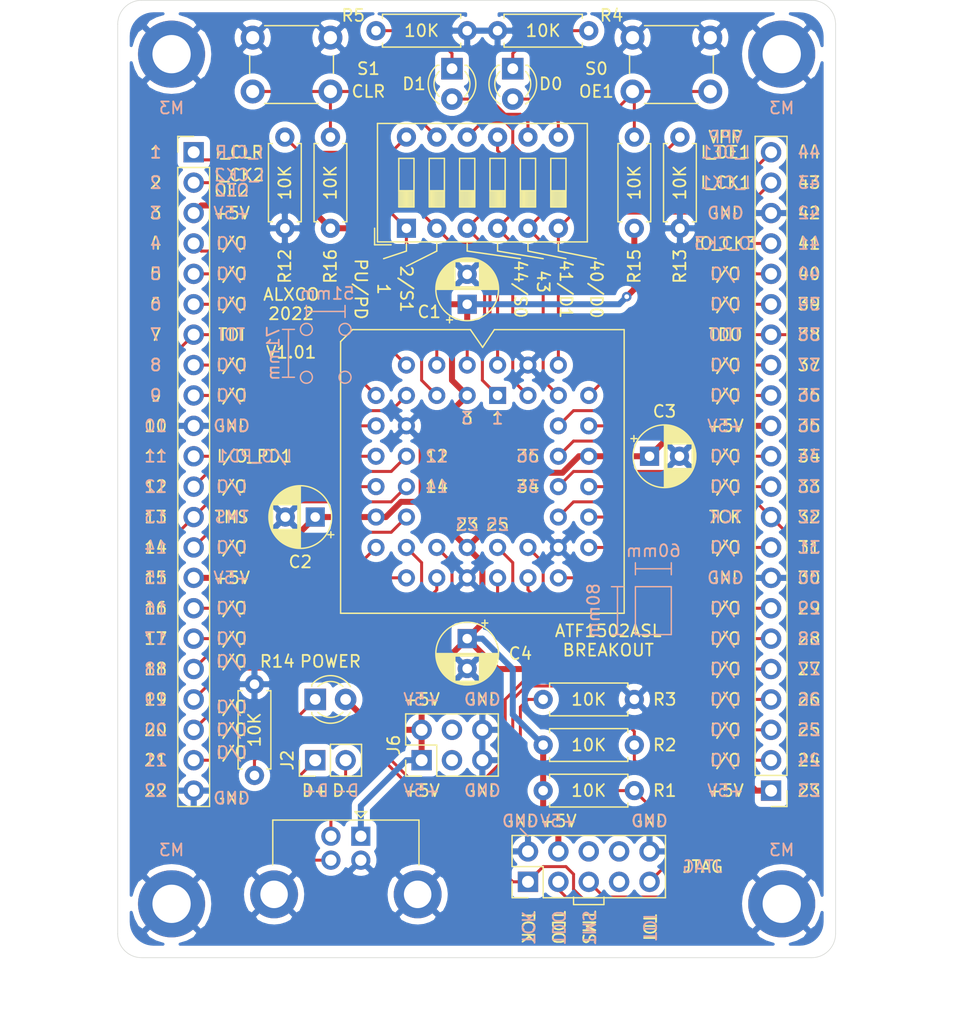
<source format=kicad_pcb>
(kicad_pcb (version 20171130) (host pcbnew "(5.1.7)-1")
  (layers (0 F.Cu signal) (31 B.Cu signal) (34 B.Paste user) (35 F.Paste user) (36 B.SilkS user) (37 F.SilkS user) (38 B.Mask user) (39 F.Mask user) (44 Edge.Cuts user))
  (net 0 "")
  (net 1 GND)
  (net 2 +5V)
  (net 3 "Net-(D0-Pad1)")
  (net 4 "Net-(D1-Pad1)")
  (net 5 "Net-(D8-Pad1)")
  (net 6 /USBP)
  (net 7 /USBN)
  (net 8 /IO_21)
  (net 9 /IO_20)
  (net 10 /IO_19)
  (net 11 /IO_18)
  (net 12 /IO_17)
  (net 13 /IO_16)
  (net 14 /IO_14)
  (net 15 /TMS)
  (net 16 /IO_12)
  (net 17 /IO_PD1)
  (net 18 /IO_9)
  (net 19 /IO_8)
  (net 20 /TDI)
  (net 21 /IO_6)
  (net 22 /IO_5)
  (net 23 /IO_4)
  (net 24 /I_GCLK2_OE2)
  (net 25 /I_GCLR)
  (net 26 "Net-(J4-Pad8)")
  (net 27 "Net-(J4-Pad7)")
  (net 28 "Net-(J4-Pad6)")
  (net 29 /TDO)
  (net 30 /TCK)
  (net 31 /I_OE1)
  (net 32 /I_GCLK1)
  (net 33 /IO_GCLK3)
  (net 34 /IO_40)
  (net 35 /IO_39)
  (net 36 /IO_37)
  (net 37 /IO_36)
  (net 38 /IO_34)
  (net 39 /IO_33)
  (net 40 /IO_31)
  (net 41 /IO_29)
  (net 42 /IO_28)
  (net 43 /IO_27)
  (net 44 /IO_26)
  (net 45 /IO_PD2)
  (net 46 /IO_24)
  (net 47 "Net-(R12-Pad1)")
  (net 48 "Net-(R13-Pad1)")
  (net 49 /LED0)
  (net 50 /LED1)
  (net 51 /SW_OE1)
  (net 52 /SW_GCLR)
  (net 53 "Net-(J6-Pad4)")
  (net 54 "Net-(J6-Pad3)")
  (module MountingHole:MountingHole_3.2mm_M3_DIN965_Pad (layer F.Cu) (at 24.5 95.5)
    (fp_text reference REF** hide)
    (fp_text value MountingHole_3.2mm_M3_DIN965_Pad)
    (pad 1 thru_hole circle (at 0 0) (size 5.6 5.6) (drill 3.2) (layers *.Cu *.Mask) (net 1 GND))
  )
  (module MountingHole:MountingHole_3.2mm_M3_DIN965_Pad (layer F.Cu) (at 75.5 95.5)
    (fp_text reference REF** hide)
    (fp_text value MountingHole_3.2mm_M3_DIN965_Pad)
    (pad 1 thru_hole circle (at 0 0) (size 5.6 5.6) (drill 3.2) (layers *.Cu *.Mask) (net 1 GND))
  )
  (module MountingHole:MountingHole_3.2mm_M3_DIN965_Pad (layer F.Cu) (at 75.5 24.5)
    (fp_text reference REF** hide)
    (fp_text value MountingHole_3.2mm_M3_DIN965_Pad)
    (pad 1 thru_hole circle (at 0 0) (size 5.6 5.6) (drill 3.2) (layers *.Cu *.Mask) (net 1 GND))
  )
  (module MountingHole:MountingHole_3.2mm_M3_DIN965_Pad (layer F.Cu) (at 24.5 24.5)
    (fp_text reference REF** hide)
    (fp_text value MountingHole_3.2mm_M3_DIN965_Pad)
    (pad 1 thru_hole circle (at 0 0) (size 5.6 5.6) (drill 3.2) (layers *.Cu *.Mask) (net 1 GND))
  )
  (module Connector_USB:USB_B_Lumberg_2411_02_Horizontal (layer F.Cu) (at 40.32 89.85 270)
    (fp_text reference J1 hide)
    (fp_text value USB_B)
    (pad 5 thru_hole circle (at 4.86 -4.75) (size 4 4) (drill 2.3) (layers *.Cu *.Mask) (net 1 GND))
    (pad 5 thru_hole circle (at 4.86 7.25) (size 4 4) (drill 2.3) (layers *.Cu *.Mask) (net 1 GND))
    (pad 4 thru_hole circle (at 2 0) (size 1.6 1.6) (drill 0.95) (layers *.Cu *.Mask) (net 1 GND))
    (pad 3 thru_hole circle (at 2 2.5) (size 1.6 1.6) (drill 0.95) (layers *.Cu *.Mask) (net 6 /USBP))
    (pad 2 thru_hole circle (at 0 2.5) (size 1.6 1.6) (drill 0.95) (layers *.Cu *.Mask) (net 7 /USBN))
    (pad 1 thru_hole rect (at 0 0) (size 1.6 1.6) (drill 0.95) (layers *.Cu *.Mask) (net 2 +5V))
  )
  (module Resistor_THT:R_Axial_DIN0207_L6.3mm_D2.5mm_P7.62mm_Horizontal (layer F.Cu) (at 31.43 84.77 90)
    (fp_text reference R14 (at 9.525 1.905 180) (layer F.SilkS))
    (fp_text value 10K (at 3.81 0 90) (layer F.SilkS))
    (pad 2 thru_hole oval (at 7.62 0 90) (size 1.6 1.6) (drill 0.8) (layers *.Cu *.Mask) (net 1 GND))
    (pad 1 thru_hole circle (at 0 0 90) (size 1.6 1.6) (drill 0.8) (layers *.Cu *.Mask) (net 5 "Net-(D8-Pad1)"))
  )
  (module LED_THT:LED_D3.0mm (layer F.Cu) (at 36.51 78.42)
    (fp_text reference D8 hide)
    (fp_text value LED)
    (pad 2 thru_hole circle (at 2.54 0) (size 1.8 1.8) (drill 0.9) (layers *.Cu *.Mask) (net 2 +5V))
    (pad 1 thru_hole rect (at 0 0) (size 1.8 1.8) (drill 0.9) (layers *.Cu *.Mask) (net 5 "Net-(D8-Pad1)"))
  )
  (module Connector_PinHeader_2.54mm:PinHeader_2x03_P2.54mm_Vertical (layer F.Cu) (at 45.4 83.5 90)
    (fp_text reference J6 (at 1.27 -2.33 90) (layer F.SilkS))
    (fp_text value Conn_02x05_Odd_Even)
    (pad 6 thru_hole oval (at 2.54 5.08 90) (size 1.7 1.7) (drill 1) (layers *.Cu *.Mask) (net 1 GND))
    (pad 5 thru_hole oval (at 0 5.08 90) (size 1.7 1.7) (drill 1) (layers *.Cu *.Mask) (net 1 GND))
    (pad 4 thru_hole oval (at 2.54 2.54 90) (size 1.7 1.7) (drill 1) (layers *.Cu *.Mask) (net 53 "Net-(J6-Pad4)"))
    (pad 3 thru_hole oval (at 0 2.54 90) (size 1.7 1.7) (drill 1) (layers *.Cu *.Mask) (net 54 "Net-(J6-Pad3)"))
    (pad 2 thru_hole oval (at 2.54 0 90) (size 1.7 1.7) (drill 1) (layers *.Cu *.Mask) (net 2 +5V))
    (pad 1 thru_hole rect (at 0 0 90) (size 1.7 1.7) (drill 1) (layers *.Cu *.Mask) (net 2 +5V))
  )
  (module Button_Switch_THT:SW_DIP_SPSTx06_Slide_9.78x17.42mm_W7.62mm_P2.54mm (layer F.Cu) (at 44.13 39.05 90)
    (fp_text reference SW1 hide)
    (fp_text value SW_DIP_x06)
    (pad 12 thru_hole oval (at 7.62 0 90) (size 1.6 1.6) (drill 0.8) (layers *.Cu *.Mask) (net 47 "Net-(R12-Pad1)"))
    (pad 6 thru_hole oval (at 0 12.7 90) (size 1.6 1.6) (drill 0.8) (layers *.Cu *.Mask) (net 34 /IO_40))
    (pad 11 thru_hole oval (at 7.62 2.54 90) (size 1.6 1.6) (drill 0.8) (layers *.Cu *.Mask) (net 52 /SW_GCLR))
    (pad 5 thru_hole oval (at 0 10.16 90) (size 1.6 1.6) (drill 0.8) (layers *.Cu *.Mask) (net 33 /IO_GCLK3))
    (pad 10 thru_hole oval (at 7.62 5.08 90) (size 1.6 1.6) (drill 0.8) (layers *.Cu *.Mask) (net 51 /SW_OE1))
    (pad 4 thru_hole oval (at 0 7.62 90) (size 1.6 1.6) (drill 0.8) (layers *.Cu *.Mask) (net 32 /I_GCLK1))
    (pad 9 thru_hole oval (at 7.62 7.62 90) (size 1.6 1.6) (drill 0.8) (layers *.Cu *.Mask) (net 48 "Net-(R13-Pad1)"))
    (pad 3 thru_hole oval (at 0 5.08 90) (size 1.6 1.6) (drill 0.8) (layers *.Cu *.Mask) (net 31 /I_OE1))
    (pad 8 thru_hole oval (at 7.62 10.16 90) (size 1.6 1.6) (drill 0.8) (layers *.Cu *.Mask) (net 50 /LED1))
    (pad 2 thru_hole oval (at 0 2.54 90) (size 1.6 1.6) (drill 0.8) (layers *.Cu *.Mask) (net 25 /I_GCLR))
    (pad 7 thru_hole oval (at 7.62 12.7 90) (size 1.6 1.6) (drill 0.8) (layers *.Cu *.Mask) (net 49 /LED0))
    (pad 1 thru_hole rect (at 0 0 90) (size 1.6 1.6) (drill 0.8) (layers *.Cu *.Mask) (net 24 /I_GCLK2_OE2))
  )
  (module Button_Switch_THT:SW_PUSH_6mm_H5mm (layer F.Cu) (at 37.78 27.62 180)
    (fp_text reference SW5 hide)
    (fp_text value SW_Push)
    (pad 1 thru_hole circle (at 6.5 0 270) (size 2 2) (drill 1.1) (layers *.Cu *.Mask) (net 52 /SW_GCLR))
    (pad 2 thru_hole circle (at 6.5 4.5 270) (size 2 2) (drill 1.1) (layers *.Cu *.Mask) (net 1 GND))
    (pad 1 thru_hole circle (at 0 0 270) (size 2 2) (drill 1.1) (layers *.Cu *.Mask) (net 52 /SW_GCLR))
    (pad 2 thru_hole circle (at 0 4.5 270) (size 2 2) (drill 1.1) (layers *.Cu *.Mask) (net 1 GND))
  )
  (module Button_Switch_THT:SW_PUSH_6mm_H5mm (layer F.Cu) (at 69.53 27.62 180)
    (fp_text reference SW4 hide)
    (fp_text value SW_Push)
    (pad 1 thru_hole circle (at 6.5 0 270) (size 2 2) (drill 1.1) (layers *.Cu *.Mask) (net 51 /SW_OE1))
    (pad 2 thru_hole circle (at 6.5 4.5 270) (size 2 2) (drill 1.1) (layers *.Cu *.Mask) (net 1 GND))
    (pad 1 thru_hole circle (at 0 0 270) (size 2 2) (drill 1.1) (layers *.Cu *.Mask) (net 51 /SW_OE1))
    (pad 2 thru_hole circle (at 0 4.5 270) (size 2 2) (drill 1.1) (layers *.Cu *.Mask) (net 1 GND))
  )
  (module Resistor_THT:R_Axial_DIN0207_L6.3mm_D2.5mm_P7.62mm_Horizontal (layer F.Cu) (at 37.78 39.05 90)
    (fp_text reference R16 (at -3.175 0 90) (layer F.SilkS))
    (fp_text value 10K (at 3.81 0 90) (layer F.SilkS))
    (pad 2 thru_hole oval (at 7.62 0 90) (size 1.6 1.6) (drill 0.8) (layers *.Cu *.Mask) (net 52 /SW_GCLR))
    (pad 1 thru_hole circle (at 0 0 90) (size 1.6 1.6) (drill 0.8) (layers *.Cu *.Mask) (net 2 +5V))
  )
  (module Resistor_THT:R_Axial_DIN0207_L6.3mm_D2.5mm_P7.62mm_Horizontal (layer F.Cu) (at 63.18 39.05 90)
    (fp_text reference R15 (at -3.175 0 90) (layer F.SilkS))
    (fp_text value 10K (at 3.81 0 90) (layer F.SilkS))
    (pad 2 thru_hole oval (at 7.62 0 90) (size 1.6 1.6) (drill 0.8) (layers *.Cu *.Mask) (net 51 /SW_OE1))
    (pad 1 thru_hole circle (at 0 0 90) (size 1.6 1.6) (drill 0.8) (layers *.Cu *.Mask) (net 2 +5V))
  )
  (module Resistor_THT:R_Axial_DIN0207_L6.3mm_D2.5mm_P7.62mm_Horizontal (layer F.Cu) (at 66.99 31.43 270)
    (fp_text reference R13 (at 10.795 0 90) (layer F.SilkS))
    (fp_text value 10K (at 3.81 0 90) (layer F.SilkS))
    (pad 2 thru_hole oval (at 7.62 0 270) (size 1.6 1.6) (drill 0.8) (layers *.Cu *.Mask) (net 1 GND))
    (pad 1 thru_hole circle (at 0 0 270) (size 1.6 1.6) (drill 0.8) (layers *.Cu *.Mask) (net 48 "Net-(R13-Pad1)"))
  )
  (module Resistor_THT:R_Axial_DIN0207_L6.3mm_D2.5mm_P7.62mm_Horizontal (layer F.Cu) (at 33.97 31.43 270)
    (fp_text reference R12 (at 10.795 0 90) (layer F.SilkS))
    (fp_text value 10K (at 3.81 0 90) (layer F.SilkS))
    (pad 2 thru_hole oval (at 7.62 0 270) (size 1.6 1.6) (drill 0.8) (layers *.Cu *.Mask) (net 1 GND))
    (pad 1 thru_hole circle (at 0 0 270) (size 1.6 1.6) (drill 0.8) (layers *.Cu *.Mask) (net 47 "Net-(R12-Pad1)"))
  )
  (module Resistor_THT:R_Axial_DIN0207_L6.3mm_D2.5mm_P7.62mm_Horizontal (layer F.Cu) (at 41.59 22.54)
    (fp_text reference R5 (at -1.905 -1.27) (layer F.SilkS))
    (fp_text value 10K (at 3.81 0) (layer F.SilkS))
    (pad 2 thru_hole oval (at 7.62 0) (size 1.6 1.6) (drill 0.8) (layers *.Cu *.Mask) (net 1 GND))
    (pad 1 thru_hole circle (at 0 0) (size 1.6 1.6) (drill 0.8) (layers *.Cu *.Mask) (net 4 "Net-(D1-Pad1)"))
  )
  (module Resistor_THT:R_Axial_DIN0207_L6.3mm_D2.5mm_P7.62mm_Horizontal (layer F.Cu) (at 59.37 22.54 180)
    (fp_text reference R4 (at -1.905 1.27) (layer F.SilkS))
    (fp_text value 10K (at 3.81 0) (layer F.SilkS))
    (pad 2 thru_hole oval (at 7.62 0 180) (size 1.6 1.6) (drill 0.8) (layers *.Cu *.Mask) (net 1 GND))
    (pad 1 thru_hole circle (at 0 0 180) (size 1.6 1.6) (drill 0.8) (layers *.Cu *.Mask) (net 3 "Net-(D0-Pad1)"))
  )
  (module Resistor_THT:R_Axial_DIN0207_L6.3mm_D2.5mm_P7.62mm_Horizontal (layer F.Cu) (at 63.18 78.42 180)
    (fp_text reference R3 (at -2.54 0) (layer F.SilkS))
    (fp_text value 10K (at 3.81 0) (layer F.SilkS))
    (pad 2 thru_hole oval (at 7.62 0 180) (size 1.6 1.6) (drill 0.8) (layers *.Cu *.Mask) (net 30 /TCK))
    (pad 1 thru_hole circle (at 0 0 180) (size 1.6 1.6) (drill 0.8) (layers *.Cu *.Mask) (net 1 GND))
  )
  (module Resistor_THT:R_Axial_DIN0207_L6.3mm_D2.5mm_P7.62mm_Horizontal (layer F.Cu) (at 55.56 82.23)
    (fp_text reference R2 (at 10.16 0) (layer F.SilkS))
    (fp_text value 10K (at 3.81 0) (layer F.SilkS))
    (pad 2 thru_hole oval (at 7.62 0) (size 1.6 1.6) (drill 0.8) (layers *.Cu *.Mask) (net 15 /TMS))
    (pad 1 thru_hole circle (at 0 0) (size 1.6 1.6) (drill 0.8) (layers *.Cu *.Mask) (net 2 +5V))
  )
  (module Resistor_THT:R_Axial_DIN0207_L6.3mm_D2.5mm_P7.62mm_Horizontal (layer F.Cu) (at 55.56 86.04)
    (fp_text reference R1 (at 10.16 0) (layer F.SilkS))
    (fp_text value 10K (at 3.81 0) (layer F.SilkS))
    (pad 2 thru_hole oval (at 7.62 0) (size 1.6 1.6) (drill 0.8) (layers *.Cu *.Mask) (net 20 /TDI))
    (pad 1 thru_hole circle (at 0 0) (size 1.6 1.6) (drill 0.8) (layers *.Cu *.Mask) (net 2 +5V))
  )
  (module Connector_PinHeader_2.54mm:PinHeader_2x05_P2.54mm_Vertical (layer F.Cu) (at 54.29 93.66 90)
    (fp_text reference J4 hide)
    (fp_text value Conn_02x05_Odd_Even)
    (pad 10 thru_hole oval (at 2.54 10.16 90) (size 1.7 1.7) (drill 1) (layers *.Cu *.Mask) (net 1 GND))
    (pad 9 thru_hole oval (at 0 10.16 90) (size 1.7 1.7) (drill 1) (layers *.Cu *.Mask) (net 20 /TDI))
    (pad 8 thru_hole oval (at 2.54 7.62 90) (size 1.7 1.7) (drill 1) (layers *.Cu *.Mask) (net 26 "Net-(J4-Pad8)"))
    (pad 7 thru_hole oval (at 0 7.62 90) (size 1.7 1.7) (drill 1) (layers *.Cu *.Mask) (net 27 "Net-(J4-Pad7)"))
    (pad 6 thru_hole oval (at 2.54 5.08 90) (size 1.7 1.7) (drill 1) (layers *.Cu *.Mask) (net 28 "Net-(J4-Pad6)"))
    (pad 5 thru_hole oval (at 0 5.08 90) (size 1.7 1.7) (drill 1) (layers *.Cu *.Mask) (net 15 /TMS))
    (pad 4 thru_hole oval (at 2.54 2.54 90) (size 1.7 1.7) (drill 1) (layers *.Cu *.Mask) (net 2 +5V))
    (pad 3 thru_hole oval (at 0 2.54 90) (size 1.7 1.7) (drill 1) (layers *.Cu *.Mask) (net 29 /TDO))
    (pad 2 thru_hole oval (at 2.54 0 90) (size 1.7 1.7) (drill 1) (layers *.Cu *.Mask) (net 1 GND))
    (pad 1 thru_hole rect (at 0 0 90) (size 1.7 1.7) (drill 1) (layers *.Cu *.Mask) (net 30 /TCK))
  )
  (module Connector_PinHeader_2.54mm:PinHeader_1x02_P2.54mm_Vertical (layer F.Cu) (at 36.51 83.5 90)
    (fp_text reference J2 (at 0 -2.33 90) (layer F.SilkS))
    (fp_text value Conn_01x02)
    (pad 2 thru_hole oval (at 0 2.54 90) (size 1.7 1.7) (drill 1) (layers *.Cu *.Mask) (net 7 /USBN))
    (pad 1 thru_hole rect (at 0 0 90) (size 1.7 1.7) (drill 1) (layers *.Cu *.Mask) (net 6 /USBP))
  )
  (module LED_THT:LED_D3.0mm (layer F.Cu) (at 47.94 25.715 270)
    (fp_text reference D1 (at 1.27 3.175 180) (layer F.SilkS))
    (fp_text value LED)
    (pad 2 thru_hole circle (at 2.54 0 270) (size 1.8 1.8) (drill 0.9) (layers *.Cu *.Mask) (net 50 /LED1))
    (pad 1 thru_hole rect (at 0 0 270) (size 1.8 1.8) (drill 0.9) (layers *.Cu *.Mask) (net 4 "Net-(D1-Pad1)"))
  )
  (module LED_THT:LED_D3.0mm (layer F.Cu) (at 53.02 25.715 270)
    (fp_text reference D0 (at 1.27 -3.175 180) (layer F.SilkS))
    (fp_text value LED)
    (pad 2 thru_hole circle (at 2.54 0 270) (size 1.8 1.8) (drill 0.9) (layers *.Cu *.Mask) (net 49 /LED0))
    (pad 1 thru_hole rect (at 0 0 270) (size 1.8 1.8) (drill 0.9) (layers *.Cu *.Mask) (net 3 "Net-(D0-Pad1)"))
  )
  (module Capacitor_THT:CP_Radial_D5.0mm_P2.50mm (layer F.Cu) (at 49.21 73.34 270)
    (fp_text reference C4 (at 1.25 -4.445 180) (layer F.SilkS))
    (fp_text value 220nF)
    (pad 2 thru_hole circle (at 2.5 0 270) (size 1.6 1.6) (drill 0.8) (layers *.Cu *.Mask) (net 1 GND))
    (pad 1 thru_hole rect (at 0 0 270) (size 1.6 1.6) (drill 0.8) (layers *.Cu *.Mask) (net 2 +5V))
  )
  (module Capacitor_THT:CP_Radial_D5.0mm_P2.50mm (layer F.Cu) (at 64.45 58.1)
    (fp_text reference C3 (at 1.25 -3.75) (layer F.SilkS))
    (fp_text value 220nF)
    (pad 2 thru_hole circle (at 2.5 0) (size 1.6 1.6) (drill 0.8) (layers *.Cu *.Mask) (net 1 GND))
    (pad 1 thru_hole rect (at 0 0) (size 1.6 1.6) (drill 0.8) (layers *.Cu *.Mask) (net 2 +5V))
  )
  (module Capacitor_THT:CP_Radial_D5.0mm_P2.50mm (layer F.Cu) (at 36.51 63.18 180)
    (fp_text reference C2 (at 1.25 -3.75) (layer F.SilkS))
    (fp_text value 220nF)
    (pad 2 thru_hole circle (at 2.5 0 180) (size 1.6 1.6) (drill 0.8) (layers *.Cu *.Mask) (net 1 GND))
    (pad 1 thru_hole rect (at 0 0 180) (size 1.6 1.6) (drill 0.8) (layers *.Cu *.Mask) (net 2 +5V))
  )
  (module Capacitor_THT:CP_Radial_D5.0mm_P2.50mm (layer F.Cu) (at 49.21 45.4 90)
    (fp_text reference C1 (at -0.635 -3.175 180) (layer F.SilkS))
    (fp_text value 220nF)
    (pad 2 thru_hole circle (at 2.5 0 90) (size 1.6 1.6) (drill 0.8) (layers *.Cu *.Mask) (net 1 GND))
    (pad 1 thru_hole rect (at 0 0 90) (size 1.6 1.6) (drill 0.8) (layers *.Cu *.Mask) (net 2 +5V))
  )
  (module Package_LCC:PLCC-44_THT-Socket (layer F.Cu) (at 51.75 53.02)
    (fp_text reference U1 hide)
    (fp_text value ATF1502-PLCC)
    (pad 39 thru_hole circle (at 7.62 0) (size 1.4224 1.4224) (drill 0.8) (layers *.Cu *.Mask) (net 35 /IO_39))
    (pad 37 thru_hole circle (at 7.62 2.54) (size 1.4224 1.4224) (drill 0.8) (layers *.Cu *.Mask) (net 36 /IO_37))
    (pad 35 thru_hole circle (at 7.62 5.08) (size 1.4224 1.4224) (drill 0.8) (layers *.Cu *.Mask) (net 2 +5V))
    (pad 33 thru_hole circle (at 7.62 7.62) (size 1.4224 1.4224) (drill 0.8) (layers *.Cu *.Mask) (net 39 /IO_33))
    (pad 31 thru_hole circle (at 7.62 10.16) (size 1.4224 1.4224) (drill 0.8) (layers *.Cu *.Mask) (net 40 /IO_31))
    (pad 40 thru_hole circle (at 5.08 -2.54) (size 1.4224 1.4224) (drill 0.8) (layers *.Cu *.Mask) (net 34 /IO_40))
    (pad 38 thru_hole circle (at 5.08 2.54) (size 1.4224 1.4224) (drill 0.8) (layers *.Cu *.Mask) (net 29 /TDO))
    (pad 36 thru_hole circle (at 5.08 5.08) (size 1.4224 1.4224) (drill 0.8) (layers *.Cu *.Mask) (net 37 /IO_36))
    (pad 34 thru_hole circle (at 5.08 7.62) (size 1.4224 1.4224) (drill 0.8) (layers *.Cu *.Mask) (net 38 /IO_34))
    (pad 32 thru_hole circle (at 5.08 10.16) (size 1.4224 1.4224) (drill 0.8) (layers *.Cu *.Mask) (net 30 /TCK))
    (pad 30 thru_hole circle (at 5.08 12.7) (size 1.4224 1.4224) (drill 0.8) (layers *.Cu *.Mask) (net 1 GND))
    (pad 28 thru_hole circle (at 5.08 15.24) (size 1.4224 1.4224) (drill 0.8) (layers *.Cu *.Mask) (net 42 /IO_28))
    (pad 26 thru_hole circle (at 2.54 15.24) (size 1.4224 1.4224) (drill 0.8) (layers *.Cu *.Mask) (net 44 /IO_26))
    (pad 24 thru_hole circle (at 0 15.24) (size 1.4224 1.4224) (drill 0.8) (layers *.Cu *.Mask) (net 46 /IO_24))
    (pad 22 thru_hole circle (at -2.54 15.24) (size 1.4224 1.4224) (drill 0.8) (layers *.Cu *.Mask) (net 1 GND))
    (pad 20 thru_hole circle (at -5.08 15.24) (size 1.4224 1.4224) (drill 0.8) (layers *.Cu *.Mask) (net 9 /IO_20))
    (pad 18 thru_hole circle (at -7.62 15.24) (size 1.4224 1.4224) (drill 0.8) (layers *.Cu *.Mask) (net 11 /IO_18))
    (pad 29 thru_hole circle (at 7.62 12.7) (size 1.4224 1.4224) (drill 0.8) (layers *.Cu *.Mask) (net 41 /IO_29))
    (pad 27 thru_hole circle (at 2.54 12.7) (size 1.4224 1.4224) (drill 0.8) (layers *.Cu *.Mask) (net 43 /IO_27))
    (pad 25 thru_hole circle (at 0 12.7) (size 1.4224 1.4224) (drill 0.8) (layers *.Cu *.Mask) (net 45 /IO_PD2))
    (pad 23 thru_hole circle (at -2.54 12.7) (size 1.4224 1.4224) (drill 0.8) (layers *.Cu *.Mask) (net 2 +5V))
    (pad 21 thru_hole circle (at -5.08 12.7) (size 1.4224 1.4224) (drill 0.8) (layers *.Cu *.Mask) (net 8 /IO_21))
    (pad 19 thru_hole circle (at -7.62 12.7) (size 1.4224 1.4224) (drill 0.8) (layers *.Cu *.Mask) (net 10 /IO_19))
    (pad 17 thru_hole circle (at -10.16 12.7) (size 1.4224 1.4224) (drill 0.8) (layers *.Cu *.Mask) (net 12 /IO_17))
    (pad 15 thru_hole circle (at -10.16 10.16) (size 1.4224 1.4224) (drill 0.8) (layers *.Cu *.Mask) (net 2 +5V))
    (pad 13 thru_hole circle (at -10.16 7.62) (size 1.4224 1.4224) (drill 0.8) (layers *.Cu *.Mask) (net 15 /TMS))
    (pad 11 thru_hole circle (at -10.16 5.08) (size 1.4224 1.4224) (drill 0.8) (layers *.Cu *.Mask) (net 17 /IO_PD1))
    (pad 9 thru_hole circle (at -10.16 2.54) (size 1.4224 1.4224) (drill 0.8) (layers *.Cu *.Mask) (net 18 /IO_9))
    (pad 7 thru_hole circle (at -10.16 0) (size 1.4224 1.4224) (drill 0.8) (layers *.Cu *.Mask) (net 20 /TDI))
    (pad 16 thru_hole circle (at -7.62 10.16) (size 1.4224 1.4224) (drill 0.8) (layers *.Cu *.Mask) (net 13 /IO_16))
    (pad 14 thru_hole circle (at -7.62 7.62) (size 1.4224 1.4224) (drill 0.8) (layers *.Cu *.Mask) (net 14 /IO_14))
    (pad 12 thru_hole circle (at -7.62 5.08) (size 1.4224 1.4224) (drill 0.8) (layers *.Cu *.Mask) (net 16 /IO_12))
    (pad 10 thru_hole circle (at -7.62 2.54) (size 1.4224 1.4224) (drill 0.8) (layers *.Cu *.Mask) (net 1 GND))
    (pad 8 thru_hole circle (at -7.62 0) (size 1.4224 1.4224) (drill 0.8) (layers *.Cu *.Mask) (net 19 /IO_8))
    (pad 42 thru_hole circle (at 2.54 -2.54) (size 1.4224 1.4224) (drill 0.8) (layers *.Cu *.Mask) (net 1 GND))
    (pad 44 thru_hole circle (at 0 -2.54) (size 1.4224 1.4224) (drill 0.8) (layers *.Cu *.Mask) (net 31 /I_OE1))
    (pad 6 thru_hole circle (at -7.62 -2.54) (size 1.4224 1.4224) (drill 0.8) (layers *.Cu *.Mask) (net 21 /IO_6))
    (pad 4 thru_hole circle (at -5.08 -2.54) (size 1.4224 1.4224) (drill 0.8) (layers *.Cu *.Mask) (net 23 /IO_4))
    (pad 2 thru_hole circle (at -2.54 -2.54) (size 1.4224 1.4224) (drill 0.8) (layers *.Cu *.Mask) (net 24 /I_GCLK2_OE2))
    (pad 41 thru_hole circle (at 5.08 0) (size 1.4224 1.4224) (drill 0.8) (layers *.Cu *.Mask) (net 33 /IO_GCLK3))
    (pad 43 thru_hole circle (at 2.54 0) (size 1.4224 1.4224) (drill 0.8) (layers *.Cu *.Mask) (net 32 /I_GCLK1))
    (pad 5 thru_hole circle (at -5.08 0) (size 1.4224 1.4224) (drill 0.8) (layers *.Cu *.Mask) (net 22 /IO_5))
    (pad 3 thru_hole circle (at -2.54 0) (size 1.4224 1.4224) (drill 0.8) (layers *.Cu *.Mask) (net 2 +5V))
    (pad 1 thru_hole rect (at 0 0) (size 1.4224 1.4224) (drill 0.8) (layers *.Cu *.Mask) (net 25 /I_GCLR))
  )
  (module Connector_PinHeader_2.54mm:PinHeader_1x22_P2.54mm_Vertical (layer F.Cu) (at 74.61 86.04 180)
    (fp_text reference J5 hide)
    (fp_text value Conn_01x22)
    (pad 22 thru_hole oval (at 0 53.34 180) (size 1.7 1.7) (drill 1) (layers *.Cu *.Mask) (net 31 /I_OE1))
    (pad 21 thru_hole oval (at 0 50.8 180) (size 1.7 1.7) (drill 1) (layers *.Cu *.Mask) (net 32 /I_GCLK1))
    (pad 20 thru_hole oval (at 0 48.26 180) (size 1.7 1.7) (drill 1) (layers *.Cu *.Mask) (net 1 GND))
    (pad 19 thru_hole oval (at 0 45.72 180) (size 1.7 1.7) (drill 1) (layers *.Cu *.Mask) (net 33 /IO_GCLK3))
    (pad 18 thru_hole oval (at 0 43.18 180) (size 1.7 1.7) (drill 1) (layers *.Cu *.Mask) (net 34 /IO_40))
    (pad 17 thru_hole oval (at 0 40.64 180) (size 1.7 1.7) (drill 1) (layers *.Cu *.Mask) (net 35 /IO_39))
    (pad 16 thru_hole oval (at 0 38.1 180) (size 1.7 1.7) (drill 1) (layers *.Cu *.Mask) (net 29 /TDO))
    (pad 15 thru_hole oval (at 0 35.56 180) (size 1.7 1.7) (drill 1) (layers *.Cu *.Mask) (net 36 /IO_37))
    (pad 14 thru_hole oval (at 0 33.02 180) (size 1.7 1.7) (drill 1) (layers *.Cu *.Mask) (net 37 /IO_36))
    (pad 13 thru_hole oval (at 0 30.48 180) (size 1.7 1.7) (drill 1) (layers *.Cu *.Mask) (net 2 +5V))
    (pad 12 thru_hole oval (at 0 27.94 180) (size 1.7 1.7) (drill 1) (layers *.Cu *.Mask) (net 38 /IO_34))
    (pad 11 thru_hole oval (at 0 25.4 180) (size 1.7 1.7) (drill 1) (layers *.Cu *.Mask) (net 39 /IO_33))
    (pad 10 thru_hole oval (at 0 22.86 180) (size 1.7 1.7) (drill 1) (layers *.Cu *.Mask) (net 30 /TCK))
    (pad 9 thru_hole oval (at 0 20.32 180) (size 1.7 1.7) (drill 1) (layers *.Cu *.Mask) (net 40 /IO_31))
    (pad 8 thru_hole oval (at 0 17.78 180) (size 1.7 1.7) (drill 1) (layers *.Cu *.Mask) (net 1 GND))
    (pad 7 thru_hole oval (at 0 15.24 180) (size 1.7 1.7) (drill 1) (layers *.Cu *.Mask) (net 41 /IO_29))
    (pad 6 thru_hole oval (at 0 12.7 180) (size 1.7 1.7) (drill 1) (layers *.Cu *.Mask) (net 42 /IO_28))
    (pad 5 thru_hole oval (at 0 10.16 180) (size 1.7 1.7) (drill 1) (layers *.Cu *.Mask) (net 43 /IO_27))
    (pad 4 thru_hole oval (at 0 7.62 180) (size 1.7 1.7) (drill 1) (layers *.Cu *.Mask) (net 44 /IO_26))
    (pad 3 thru_hole oval (at 0 5.08 180) (size 1.7 1.7) (drill 1) (layers *.Cu *.Mask) (net 45 /IO_PD2))
    (pad 2 thru_hole oval (at 0 2.54 180) (size 1.7 1.7) (drill 1) (layers *.Cu *.Mask) (net 46 /IO_24))
    (pad 1 thru_hole rect (at 0 0 180) (size 1.7 1.7) (drill 1) (layers *.Cu *.Mask) (net 2 +5V))
  )
  (module Connector_PinHeader_2.54mm:PinHeader_1x22_P2.54mm_Vertical (layer F.Cu) (at 26.35 32.7)
    (fp_text reference J3 hide)
    (fp_text value Conn_01x22)
    (pad 22 thru_hole oval (at 0 53.34) (size 1.7 1.7) (drill 1) (layers *.Cu *.Mask) (net 1 GND))
    (pad 21 thru_hole oval (at 0 50.8) (size 1.7 1.7) (drill 1) (layers *.Cu *.Mask) (net 8 /IO_21))
    (pad 20 thru_hole oval (at 0 48.26) (size 1.7 1.7) (drill 1) (layers *.Cu *.Mask) (net 9 /IO_20))
    (pad 19 thru_hole oval (at 0 45.72) (size 1.7 1.7) (drill 1) (layers *.Cu *.Mask) (net 10 /IO_19))
    (pad 18 thru_hole oval (at 0 43.18) (size 1.7 1.7) (drill 1) (layers *.Cu *.Mask) (net 11 /IO_18))
    (pad 17 thru_hole oval (at 0 40.64) (size 1.7 1.7) (drill 1) (layers *.Cu *.Mask) (net 12 /IO_17))
    (pad 16 thru_hole oval (at 0 38.1) (size 1.7 1.7) (drill 1) (layers *.Cu *.Mask) (net 13 /IO_16))
    (pad 15 thru_hole oval (at 0 35.56) (size 1.7 1.7) (drill 1) (layers *.Cu *.Mask) (net 2 +5V))
    (pad 14 thru_hole oval (at 0 33.02) (size 1.7 1.7) (drill 1) (layers *.Cu *.Mask) (net 14 /IO_14))
    (pad 13 thru_hole oval (at 0 30.48) (size 1.7 1.7) (drill 1) (layers *.Cu *.Mask) (net 15 /TMS))
    (pad 12 thru_hole oval (at 0 27.94) (size 1.7 1.7) (drill 1) (layers *.Cu *.Mask) (net 16 /IO_12))
    (pad 11 thru_hole oval (at 0 25.4) (size 1.7 1.7) (drill 1) (layers *.Cu *.Mask) (net 17 /IO_PD1))
    (pad 10 thru_hole oval (at 0 22.86) (size 1.7 1.7) (drill 1) (layers *.Cu *.Mask) (net 1 GND))
    (pad 9 thru_hole oval (at 0 20.32) (size 1.7 1.7) (drill 1) (layers *.Cu *.Mask) (net 18 /IO_9))
    (pad 8 thru_hole oval (at 0 17.78) (size 1.7 1.7) (drill 1) (layers *.Cu *.Mask) (net 19 /IO_8))
    (pad 7 thru_hole oval (at 0 15.24) (size 1.7 1.7) (drill 1) (layers *.Cu *.Mask) (net 20 /TDI))
    (pad 6 thru_hole oval (at 0 12.7) (size 1.7 1.7) (drill 1) (layers *.Cu *.Mask) (net 21 /IO_6))
    (pad 5 thru_hole oval (at 0 10.16) (size 1.7 1.7) (drill 1) (layers *.Cu *.Mask) (net 22 /IO_5))
    (pad 4 thru_hole oval (at 0 7.62) (size 1.7 1.7) (drill 1) (layers *.Cu *.Mask) (net 23 /IO_4))
    (pad 3 thru_hole oval (at 0 5.08) (size 1.7 1.7) (drill 1) (layers *.Cu *.Mask) (net 2 +5V))
    (pad 2 thru_hole oval (at 0 2.54) (size 1.7 1.7) (drill 1) (layers *.Cu *.Mask) (net 24 /I_GCLK2_OE2))
    (pad 1 thru_hole rect (at 0 0) (size 1.7 1.7) (drill 1) (layers *.Cu *.Mask) (net 25 /I_GCLR))
  )
  (gr_text JTAG (at 68.895 92.39) (layer B.SilkS) (effects (font (size 1 1)) (justify mirror)))
  (gr_text JTAG (at 68.895 92.39) (layer F.SilkS) (effects (font (size 1 1))))
  (gr_text GND (at 64.45 88.58) (layer B.SilkS) (effects (font (size 1 1)) (justify mirror)))
  (gr_text TDI (at 64.45 97.47 270) (layer B.SilkS) (effects (font (size 1 1)) (justify mirror)))
  (gr_text TMS (at 59.37 97.47 270) (layer B.SilkS) (effects (font (size 1 1)) (justify mirror)))
  (gr_text TDO (at 56.83 97.47 270) (layer B.SilkS) (effects (font (size 1 1)) (justify mirror)))
  (gr_text TCK (at 54.29 97.47 270) (layer B.SilkS) (effects (font (size 1 1)) (justify mirror)))
  (gr_line (start 53.655 89.215) (end 54.29 89.85) (layer F.SilkS) (width 0.12))
  (gr_line (start 53.655 89.215) (end 54.29 89.85) (layer B.SilkS) (width 0.12))
  (gr_text +5V (at 56.83 88.58) (layer B.SilkS) (effects (font (size 1 1)) (justify mirror)))
  (gr_text GND (at 53.655 88.58) (layer B.SilkS) (effects (font (size 1 1)) (justify mirror)))
  (gr_text GND (at 53.655 88.58) (layer F.SilkS) (effects (font (size 1 1))))
  (gr_text +5V (at 56.83 88.58) (layer F.SilkS) (effects (font (size 1 1))))
  (gr_text GND (at 64.45 88.58) (layer F.SilkS) (effects (font (size 1 1))))
  (gr_text TDI (at 64.45 97.47 270) (layer F.SilkS) (effects (font (size 1 1))))
  (gr_text TMS (at 59.37 97.47 270) (layer F.SilkS) (effects (font (size 1 1))))
  (gr_text TDO (at 56.83 97.47 270) (layer F.SilkS) (effects (font (size 1 1))))
  (gr_text TCK (at 54.29 97.47 270) (layer F.SilkS) (effects (font (size 1 1))))
  (gr_text PU/PD (at 40.32 44.13 270) (layer F.SilkS) (effects (font (size 1 1))))
  (gr_text 12 (at 46.67 58.1) (layer B.SilkS) (effects (font (size 1 1)) (justify mirror)))
  (gr_text 14 (at 46.67 60.64) (layer B.SilkS) (effects (font (size 1 1)) (justify mirror)))
  (gr_text 23 (at 49.21 63.815) (layer B.SilkS) (effects (font (size 1 1)) (justify mirror)))
  (gr_text 25 (at 51.75 63.815) (layer B.SilkS) (effects (font (size 1 1)) (justify mirror)))
  (gr_text 34 (at 54.29 60.64) (layer B.SilkS) (effects (font (size 1 1)) (justify mirror)))
  (gr_text 36 (at 54.29 58.1) (layer B.SilkS) (effects (font (size 1 1)) (justify mirror)))
  (gr_text 1 (at 51.75 54.925) (layer B.SilkS) (effects (font (size 1 1)) (justify mirror)))
  (gr_text 3 (at 49.21 54.925) (layer B.SilkS) (effects (font (size 1 1)) (justify mirror)))
  (gr_text 25 (at 51.75 63.815) (layer F.SilkS) (effects (font (size 1 1))))
  (gr_text 23 (at 49.21 63.815) (layer F.SilkS) (effects (font (size 1 1))))
  (gr_text 34 (at 54.29 60.64) (layer F.SilkS) (effects (font (size 1 1))))
  (gr_text 36 (at 54.29 58.1) (layer F.SilkS) (effects (font (size 1 1))))
  (gr_text 14 (at 46.67 60.64) (layer F.SilkS) (effects (font (size 1 1))))
  (gr_text 12 (at 46.67 58.1) (layer F.SilkS) (effects (font (size 1 1))))
  (gr_text 3 (at 49.21 54.925) (layer F.SilkS) (effects (font (size 1 1))))
  (gr_text 1 (at 51.75 54.925) (layer F.SilkS) (effects (font (size 1 1))))
  (gr_text "ALXCO\n2022\n\nV1.01" (at 34.5 47) (layer F.SilkS) (effects (font (size 1 1))))
  (gr_text "ATF1502ASL\nBREAKOUT" (at 61 73.5) (layer F.SilkS) (effects (font (size 1 1))))
  (gr_line (start 50.5 49) (end 51.48 47.52) (layer F.SilkS) (width 0.12))
  (gr_line (start 49.48 47.52) (end 50.5 49) (layer F.SilkS) (width 0.12))
  (gr_line (start 44.13 40.955) (end 42.225 41.59) (layer F.SilkS) (width 0.12))
  (gr_line (start 44.13 40.32) (end 44.13 40.955) (layer F.SilkS) (width 0.12))
  (gr_line (start 46.67 40.955) (end 44.13 42.225) (layer F.SilkS) (width 0.12))
  (gr_line (start 46.67 40.32) (end 46.67 40.955) (layer F.SilkS) (width 0.12))
  (gr_text 1 (at 42.225 44.13 270) (layer F.SilkS) (effects (font (size 1 1))))
  (gr_text 2/S1 (at 44.13 44.13 270) (layer F.SilkS) (effects (font (size 1 1))))
  (gr_text CLR (at 40.955 27.62) (layer F.SilkS) (effects (font (size 1 1))))
  (gr_text OE1 (at 60.005 27.62) (layer F.SilkS) (effects (font (size 1 1))))
  (gr_line (start 54.29 40.955) (end 57.465 41.59) (layer F.SilkS) (width 0.12))
  (gr_line (start 56.83 40.955) (end 60.005 41.59) (layer F.SilkS) (width 0.12))
  (gr_line (start 56.83 40.32) (end 56.83 40.955) (layer F.SilkS) (width 0.12))
  (gr_line (start 54.29 40.32) (end 54.29 40.955) (layer F.SilkS) (width 0.12))
  (gr_line (start 51.75 40.955) (end 55.56 41.59) (layer F.SilkS) (width 0.12))
  (gr_line (start 51.75 40.32) (end 51.75 40.955) (layer F.SilkS) (width 0.12))
  (gr_line (start 49.21 40.955) (end 53.655 41.59) (layer F.SilkS) (width 0.12))
  (gr_line (start 49.21 40.32) (end 49.21 40.955) (layer F.SilkS) (width 0.12))
  (gr_text 44/S0 (at 53.655 44.13 270) (layer F.SilkS) (effects (font (size 1 1))))
  (gr_text 43 (at 55.56 43.495 270) (layer F.SilkS) (effects (font (size 1 1))))
  (gr_text S1 (at 40.955 25.715) (layer F.SilkS) (effects (font (size 1 1))))
  (gr_text 41/D1 (at 57.465 44.13 270) (layer F.SilkS) (effects (font (size 1 1))))
  (gr_text 40/D0 (at 60.005 44.13 270) (layer F.SilkS) (effects (font (size 1 1))))
  (gr_text POWER (at 37.78 75.245) (layer F.SilkS) (effects (font (size 1 1))))
  (gr_text S0 (at 60.005 25.715) (layer F.SilkS) (effects (font (size 1 1))))
  (gr_text D- (at 39.05 86.04) (layer B.SilkS) (effects (font (size 1 1)) (justify mirror)))
  (gr_text D+ (at 36.51 86.04) (layer B.SilkS) (effects (font (size 1 1)) (justify mirror)))
  (gr_text +5V (at 45.4 78.42) (layer B.SilkS) (effects (font (size 1 1)) (justify mirror)))
  (gr_text GND (at 50.48 78.42) (layer B.SilkS) (effects (font (size 1 1)) (justify mirror)))
  (gr_text GND (at 50.48 86.04) (layer B.SilkS) (effects (font (size 1 1)) (justify mirror)))
  (gr_text +5V (at 45.4 86.04) (layer B.SilkS) (effects (font (size 1 1)) (justify mirror)))
  (gr_text +5V (at 45.4 78.42) (layer F.SilkS) (effects (font (size 1 1))))
  (gr_text GND (at 50.48 78.42) (layer F.SilkS) (effects (font (size 1 1))))
  (gr_text GND (at 50.48 86.04) (layer F.SilkS) (effects (font (size 1 1))))
  (gr_text +5V (at 45.4 86.04) (layer F.SilkS) (effects (font (size 1 1))))
  (gr_text D- (at 39.05 86.04) (layer F.SilkS) (effects (font (size 1 1))))
  (gr_text D+ (at 36.51 86.04) (layer F.SilkS) (effects (font (size 1 1))))
  (gr_text M3 (at 24.5 29) (layer B.SilkS) (effects (font (size 1 1)) (justify mirror)))
  (gr_text M3 (at 75.5 29) (layer B.SilkS) (effects (font (size 1 1)) (justify mirror)))
  (gr_text M3 (at 75.5 91) (layer B.SilkS) (effects (font (size 1 1)) (justify mirror)))
  (gr_text M3 (at 24.5 91) (layer B.SilkS) (effects (font (size 1 1)) (justify mirror)))
  (gr_text 71mm (at 33 49.5 90) (layer B.SilkS) (effects (font (size 1 1)) (justify mirror)))
  (gr_text 51mm (at 37.5 44.5) (layer B.SilkS) (effects (font (size 1 1)) (justify mirror)))
  (gr_line (start 39 46.5) (end 39 45.5) (layer B.SilkS) (width 0.12))
  (gr_line (start 35.77 46) (end 39 46) (layer B.SilkS) (width 0.12))
  (gr_line (start 35.77 46.5) (end 35.77 45.5) (layer B.SilkS) (width 0.12))
  (gr_line (start 33.77 47.5) (end 34.77 47.5) (layer B.SilkS) (width 0.12))
  (gr_line (start 34.27 51.5) (end 34.27 47.5) (layer B.SilkS) (width 0.12))
  (gr_line (start 34.77 51.5) (end 33.77 51.5) (layer B.SilkS) (width 0.12))
  (gr_circle (center 39 51.5) (end 39 51) (layer B.SilkS) (width 0.12))
  (gr_circle (center 35.77 51.5) (end 35.77 51) (layer B.SilkS) (width 0.12))
  (gr_circle (center 39 47.5) (end 39 48) (layer B.SilkS) (width 0.12))
  (gr_circle (center 35.77 47.5) (end 36.27 47.5) (layer B.SilkS) (width 0.12))
  (gr_text 80mm (at 59.77 71 90) (layer B.SilkS) (effects (font (size 1 1)) (justify mirror)))
  (gr_text 60mm (at 64.77 66) (layer B.SilkS) (effects (font (size 1 1)) (justify mirror)))
  (gr_line (start 61.77 69) (end 61.77 73) (layer B.SilkS) (width 0.12))
  (gr_line (start 63.27 67.5) (end 66.27 67.5) (layer B.SilkS) (width 0.12))
  (gr_line (start 62.27 73) (end 61.27 73) (layer B.SilkS) (width 0.12))
  (gr_line (start 62.27 69) (end 61.27 69) (layer B.SilkS) (width 0.12))
  (gr_line (start 66.27 68) (end 66.27 67) (layer B.SilkS) (width 0.12))
  (gr_line (start 63.27 67) (end 63.27 68) (layer B.SilkS) (width 0.12))
  (gr_line (start 63.27 73) (end 63.27 69) (layer B.SilkS) (width 0.12))
  (gr_line (start 66.27 73) (end 63.27 73) (layer B.SilkS) (width 0.12))
  (gr_line (start 66.27 69) (end 66.27 73) (layer B.SilkS) (width 0.12))
  (gr_line (start 63.27 69) (end 66.27 69) (layer B.SilkS) (width 0.12))
  (gr_text TDO (at 70.8 47.94) (layer F.SilkS) (effects (font (size 1 1))))
  (gr_text TDO (at 70.8 47.94) (layer B.SilkS) (effects (font (size 1 1)) (justify mirror)))
  (gr_text +5V (at 70.8 55.56) (layer B.SilkS) (effects (font (size 1 1)) (justify mirror)))
  (gr_text +5V (at 70.8 55.56) (layer F.SilkS) (effects (font (size 1 1))))
  (gr_text TCK (at 70.8 63.18) (layer F.SilkS) (effects (font (size 1 1))))
  (gr_text GND (at 70.8 68.26) (layer F.SilkS) (effects (font (size 1 1))))
  (gr_text TCK (at 70.8 63.18) (layer B.SilkS) (effects (font (size 1 1)) (justify mirror)))
  (gr_text GND (at 70.8 68.26) (layer B.SilkS) (effects (font (size 1 1)) (justify mirror)))
  (gr_text +5V (at 70.8 86.04) (layer B.SilkS) (effects (font (size 1 1)) (justify mirror)))
  (gr_text +5V (at 70.8 86.04) (layer F.SilkS) (effects (font (size 1 1))))
  (gr_text I_CLR (at 30.16 32.7) (layer F.SilkS) (effects (font (size 1 1))))
  (gr_text I_CLR (at 30.16 32.7) (layer B.SilkS) (effects (font (size 1 1)) (justify mirror)))
  (gr_text OE2 (at 29.525 35.875) (layer B.SilkS) (effects (font (size 1 1)) (justify mirror)))
  (gr_text I_CK2 (at 30.16 34.605) (layer B.SilkS) (effects (font (size 1 1)) (justify mirror)))
  (gr_text OE2 (at 29.525 35.875) (layer F.SilkS) (effects (font (size 1 1))))
  (gr_text I_CK2 (at 30.16 34.605) (layer F.SilkS) (effects (font (size 1 1))))
  (gr_text +5V (at 29.525 37.78) (layer F.SilkS) (effects (font (size 1 1))))
  (gr_text +5V (at 29.525 37.78) (layer B.SilkS) (effects (font (size 1 1)) (justify mirror)))
  (gr_text TDI (at 29.525 47.94) (layer B.SilkS) (effects (font (size 1 1)) (justify mirror)))
  (gr_text TDI (at 29.525 47.94) (layer F.SilkS) (effects (font (size 1 1))))
  (gr_text GND (at 29.525 55.56) (layer B.SilkS) (effects (font (size 1 1)) (justify mirror)))
  (gr_text I/O_PD1 (at 31.43 58.1) (layer B.SilkS) (effects (font (size 1 1)) (justify mirror)))
  (gr_text GND (at 29.525 55.56) (layer F.SilkS) (effects (font (size 1 1))))
  (gr_text I/O_PD1 (at 31.43 58.1) (layer F.SilkS) (effects (font (size 1 1))))
  (gr_text TMS (at 29.525 63.18) (layer F.SilkS) (effects (font (size 1 1))))
  (gr_text TMS (at 29.525 63.18) (layer B.SilkS) (effects (font (size 1 1)) (justify mirror)))
  (gr_text +5V (at 29.525 68.26) (layer B.SilkS) (effects (font (size 1 1)) (justify mirror)))
  (gr_text +5V (at 29.525 68.26) (layer F.SilkS) (effects (font (size 1 1))))
  (gr_text GND (at 29.525 86.675) (layer F.SilkS) (effects (font (size 1 1))))
  (gr_text GND (at 29.525 86.675) (layer B.SilkS) (effects (font (size 1 1)) (justify mirror)))
  (gr_text I/O (at 29.525 40.32) (layer B.SilkS) (effects (font (size 1 1)) (justify mirror)))
  (gr_text I/O (at 29.525 40.32) (layer F.SilkS) (effects (font (size 1 1))))
  (gr_text I/O (at 29.525 42.86) (layer B.SilkS) (effects (font (size 1 1)) (justify mirror)))
  (gr_text I/O (at 29.525 42.86) (layer F.SilkS) (effects (font (size 1 1))))
  (gr_text I/O (at 29.525 45.4) (layer B.SilkS) (effects (font (size 1 1)) (justify mirror)))
  (gr_text I/O (at 29.525 45.4) (layer F.SilkS) (effects (font (size 1 1))))
  (gr_text I/O (at 29.525 50.48) (layer B.SilkS) (effects (font (size 1 1)) (justify mirror)))
  (gr_text I/O (at 29.525 50.48) (layer F.SilkS) (effects (font (size 1 1))))
  (gr_text I/O (at 29.525 53.02) (layer B.SilkS) (effects (font (size 1 1)) (justify mirror)))
  (gr_text I/O (at 29.525 53.02) (layer F.SilkS) (effects (font (size 1 1))))
  (gr_text I/O (at 29.525 60.64) (layer B.SilkS) (effects (font (size 1 1)) (justify mirror)))
  (gr_text I/O (at 29.525 60.64) (layer F.SilkS) (effects (font (size 1 1))))
  (gr_text I/O (at 29.525 65.72) (layer B.SilkS) (effects (font (size 1 1)) (justify mirror)))
  (gr_text I/O (at 29.525 65.72) (layer F.SilkS) (effects (font (size 1 1))))
  (gr_text I/O (at 29.525 70.8) (layer B.SilkS) (effects (font (size 1 1)) (justify mirror)))
  (gr_text I/O (at 29.525 70.8) (layer F.SilkS) (effects (font (size 1 1))))
  (gr_text I/O (at 29.525 73.34) (layer B.SilkS) (effects (font (size 1 1)) (justify mirror)))
  (gr_text I/O (at 29.525 73.34) (layer F.SilkS) (effects (font (size 1 1))))
  (gr_text I/O (at 29.525 75.245) (layer B.SilkS) (effects (font (size 1 1)) (justify mirror)))
  (gr_text I/O (at 29.525 75.245) (layer F.SilkS) (effects (font (size 1 1))))
  (gr_text I/O (at 29.525 79.055) (layer B.SilkS) (effects (font (size 1 1)) (justify mirror)))
  (gr_text I/O (at 29.525 79.055) (layer F.SilkS) (effects (font (size 1 1))))
  (gr_text I/O (at 29.525 80.96) (layer B.SilkS) (effects (font (size 1 1)) (justify mirror)))
  (gr_text I/O (at 29.525 80.96) (layer F.SilkS) (effects (font (size 1 1))))
  (gr_text I/O (at 29.525 82.865) (layer B.SilkS) (effects (font (size 1 1)) (justify mirror)))
  (gr_text I/O (at 29.525 82.865) (layer F.SilkS) (effects (font (size 1 1))))
  (gr_text I/O (at 70.8 83.5) (layer B.SilkS) (effects (font (size 1 1)) (justify mirror)))
  (gr_text I/O (at 70.8 83.5) (layer F.SilkS) (effects (font (size 1 1))))
  (gr_text I/O (at 70.8 80.96) (layer B.SilkS) (effects (font (size 1 1)) (justify mirror)))
  (gr_text I/O (at 70.8 80.96) (layer F.SilkS) (effects (font (size 1 1))))
  (gr_text I/O (at 70.8 78.42) (layer B.SilkS) (effects (font (size 1 1)) (justify mirror)))
  (gr_text I/O (at 70.8 78.42) (layer F.SilkS) (effects (font (size 1 1))))
  (gr_text I/O (at 70.8 75.88) (layer B.SilkS) (effects (font (size 1 1)) (justify mirror)))
  (gr_text I/O (at 70.8 75.88) (layer F.SilkS) (effects (font (size 1 1))))
  (gr_text I/O (at 70.8 73.34) (layer B.SilkS) (effects (font (size 1 1)) (justify mirror)))
  (gr_text I/O (at 70.8 73.34) (layer F.SilkS) (effects (font (size 1 1))))
  (gr_text I/O (at 70.8 70.8) (layer B.SilkS) (effects (font (size 1 1)) (justify mirror)))
  (gr_text I/O (at 70.8 70.8) (layer F.SilkS) (effects (font (size 1 1))))
  (gr_text I/O (at 70.8 65.72) (layer B.SilkS) (effects (font (size 1 1)) (justify mirror)))
  (gr_text I/O (at 70.8 65.72) (layer F.SilkS) (effects (font (size 1 1))))
  (gr_text I/O (at 70.8 60.64) (layer B.SilkS) (effects (font (size 1 1)) (justify mirror)))
  (gr_text I/O (at 70.8 60.64) (layer F.SilkS) (effects (font (size 1 1))))
  (gr_text I/O (at 70.8 58.1) (layer B.SilkS) (effects (font (size 1 1)) (justify mirror)))
  (gr_text I/O (at 70.8 58.1) (layer F.SilkS) (effects (font (size 1 1))))
  (gr_text I/O (at 70.8 53.02) (layer B.SilkS) (effects (font (size 1 1)) (justify mirror)))
  (gr_text I/O (at 70.8 53.02) (layer F.SilkS) (effects (font (size 1 1))))
  (gr_text I/O (at 70.8 50.48) (layer B.SilkS) (effects (font (size 1 1)) (justify mirror)))
  (gr_text I/O (at 70.8 50.48) (layer F.SilkS) (effects (font (size 1 1))))
  (gr_text I/O (at 70.8 45.4) (layer B.SilkS) (effects (font (size 1 1)) (justify mirror)))
  (gr_text I/O (at 70.8 45.4) (layer F.SilkS) (effects (font (size 1 1))))
  (gr_text I/O (at 70.8 42.86) (layer B.SilkS) (effects (font (size 1 1)) (justify mirror)))
  (gr_text IO_CK3 (at 70.8 40.32) (layer B.SilkS) (effects (font (size 1 1)) (justify mirror)))
  (gr_text GND (at 70.8 37.78) (layer B.SilkS) (effects (font (size 1 1)) (justify mirror)))
  (gr_text I_CK1 (at 70.8 35.24) (layer B.SilkS) (effects (font (size 1 1)) (justify mirror)))
  (gr_text I_OE1 (at 70.8 32.7) (layer B.SilkS) (effects (font (size 1 1)) (justify mirror)))
  (gr_text VPP (at 70.8 31.43) (layer B.SilkS) (effects (font (size 1 1)) (justify mirror)))
  (gr_text I/O (at 70.8 42.86) (layer F.SilkS) (effects (font (size 1 1))))
  (gr_text VPP (at 70.8 31.43) (layer F.SilkS) (effects (font (size 1 1))))
  (gr_text IO_CK3 (at 70.8 40.32) (layer F.SilkS) (effects (font (size 1 1))))
  (gr_text GND (at 70.8 37.78) (layer F.SilkS) (effects (font (size 1 1))))
  (gr_text I_CK1 (at 70.8 35.24) (layer F.SilkS) (effects (font (size 1 1))))
  (gr_text I_OE1 (at 70.8 32.7) (layer F.SilkS) (effects (font (size 1 1))))
  (gr_text 1 (at 23.175 32.7) (layer B.SilkS) (effects (font (size 1 1)) (justify mirror)))
  (gr_text 2 (at 23.175 35.24) (layer B.SilkS) (effects (font (size 1 1)) (justify mirror)))
  (gr_text 3 (at 23.175 37.78) (layer B.SilkS) (effects (font (size 1 1)) (justify mirror)))
  (gr_text 4 (at 23.175 40.32) (layer B.SilkS) (effects (font (size 1 1)) (justify mirror)))
  (gr_text 5 (at 23.175 42.86) (layer B.SilkS) (effects (font (size 1 1)) (justify mirror)))
  (gr_text 6 (at 23.175 45.4) (layer B.SilkS) (effects (font (size 1 1)) (justify mirror)))
  (gr_text 7 (at 23.175 47.94) (layer B.SilkS) (effects (font (size 1 1)) (justify mirror)))
  (gr_text 8 (at 23.175 50.48) (layer B.SilkS) (effects (font (size 1 1)) (justify mirror)))
  (gr_text 9 (at 23.175 53.02) (layer B.SilkS) (effects (font (size 1 1)) (justify mirror)))
  (gr_text 10 (at 23.175 55.56) (layer B.SilkS) (effects (font (size 1 1)) (justify mirror)))
  (gr_text 11 (at 23.175 58.1) (layer B.SilkS) (effects (font (size 1 1)) (justify mirror)))
  (gr_text 12 (at 23.175 60.64) (layer B.SilkS) (effects (font (size 1 1)) (justify mirror)))
  (gr_text 13 (at 23.175 63.18) (layer B.SilkS) (effects (font (size 1 1)) (justify mirror)))
  (gr_text 14 (at 23.175 65.72) (layer B.SilkS) (effects (font (size 1 1)) (justify mirror)))
  (gr_text 15 (at 23.175 68.26) (layer B.SilkS) (effects (font (size 1 1)) (justify mirror)))
  (gr_text 16 (at 23.175 70.8) (layer B.SilkS) (effects (font (size 1 1)) (justify mirror)))
  (gr_text 17 (at 23.175 73.34) (layer B.SilkS) (effects (font (size 1 1)) (justify mirror)))
  (gr_text 18 (at 23.175 75.88) (layer B.SilkS) (effects (font (size 1 1)) (justify mirror)))
  (gr_text 19 (at 23.175 78.42) (layer B.SilkS) (effects (font (size 1 1)) (justify mirror)))
  (gr_text 20 (at 23.175 80.96) (layer B.SilkS) (effects (font (size 1 1)) (justify mirror)))
  (gr_text 21 (at 23.175 83.5) (layer B.SilkS) (effects (font (size 1 1)) (justify mirror)))
  (gr_text 22 (at 23.175 86.04) (layer B.SilkS) (effects (font (size 1 1)) (justify mirror)))
  (gr_text 23 (at 77.785 86.04) (layer B.SilkS) (effects (font (size 1 1)) (justify mirror)))
  (gr_text 24 (at 77.785 83.5) (layer B.SilkS) (effects (font (size 1 1)) (justify mirror)))
  (gr_text 25 (at 77.785 80.96) (layer B.SilkS) (effects (font (size 1 1)) (justify mirror)))
  (gr_text 26 (at 77.785 78.42) (layer B.SilkS) (effects (font (size 1 1)) (justify mirror)))
  (gr_text 27 (at 77.785 75.88) (layer B.SilkS) (effects (font (size 1 1)) (justify mirror)))
  (gr_text 28 (at 77.785 73.34) (layer B.SilkS) (effects (font (size 1 1)) (justify mirror)))
  (gr_text 29 (at 77.785 70.8) (layer B.SilkS) (effects (font (size 1 1)) (justify mirror)))
  (gr_text 30 (at 77.785 68.26) (layer B.SilkS) (effects (font (size 1 1)) (justify mirror)))
  (gr_text 31 (at 77.785 65.72) (layer B.SilkS) (effects (font (size 1 1)) (justify mirror)))
  (gr_text 32 (at 77.785 63.18) (layer B.SilkS) (effects (font (size 1 1)) (justify mirror)))
  (gr_text 33 (at 77.785 60.64) (layer B.SilkS) (effects (font (size 1 1)) (justify mirror)))
  (gr_text 34 (at 77.785 58.1) (layer B.SilkS) (effects (font (size 1 1)) (justify mirror)))
  (gr_text 35 (at 77.785 55.56) (layer B.SilkS) (effects (font (size 1 1)) (justify mirror)))
  (gr_text 36 (at 77.785 53.02) (layer B.SilkS) (effects (font (size 1 1)) (justify mirror)))
  (gr_text 37 (at 77.785 50.48) (layer B.SilkS) (effects (font (size 1 1)) (justify mirror)))
  (gr_text 38 (at 77.785 47.94) (layer B.SilkS) (effects (font (size 1 1)) (justify mirror)))
  (gr_text 39 (at 77.785 45.4) (layer B.SilkS) (effects (font (size 1 1)) (justify mirror)))
  (gr_text 40 (at 77.785 42.86) (layer B.SilkS) (effects (font (size 1 1)) (justify mirror)))
  (gr_text 41 (at 77.785 40.32) (layer B.SilkS) (effects (font (size 1 1)) (justify mirror)))
  (gr_text 42 (at 77.785 37.78) (layer B.SilkS) (effects (font (size 1 1)) (justify mirror)))
  (gr_text 43 (at 77.785 35.24) (layer B.SilkS) (effects (font (size 1 1)) (justify mirror)))
  (gr_text 44 (at 77.785 32.7) (layer B.SilkS) (effects (font (size 1 1)) (justify mirror)))
  (gr_text 43 (at 77.785 35.24) (layer F.SilkS) (effects (font (size 1 1))))
  (gr_text 42 (at 77.785 37.78) (layer F.SilkS) (effects (font (size 1 1))))
  (gr_text 41 (at 77.785 40.32) (layer F.SilkS) (effects (font (size 1 1))))
  (gr_text 40 (at 77.785 42.86) (layer F.SilkS) (effects (font (size 1 1))))
  (gr_text 39 (at 77.785 45.4) (layer F.SilkS) (effects (font (size 1 1))))
  (gr_text 38 (at 77.785 47.94) (layer F.SilkS) (effects (font (size 1 1))))
  (gr_text 37 (at 77.785 50.48) (layer F.SilkS) (effects (font (size 1 1))))
  (gr_text 36 (at 77.785 53.02) (layer F.SilkS) (effects (font (size 1 1))))
  (gr_text 35 (at 77.785 55.56) (layer F.SilkS) (effects (font (size 1 1))))
  (gr_text 34 (at 77.785 58.1) (layer F.SilkS) (effects (font (size 1 1))))
  (gr_text 33 (at 77.785 60.64) (layer F.SilkS) (effects (font (size 1 1))))
  (gr_text 32 (at 77.785 63.18) (layer F.SilkS) (effects (font (size 1 1))))
  (gr_text 31 (at 77.785 65.72) (layer F.SilkS) (effects (font (size 1 1))))
  (gr_text 30 (at 77.785 68.26) (layer F.SilkS) (effects (font (size 1 1))))
  (gr_text 29 (at 77.785 70.8) (layer F.SilkS) (effects (font (size 1 1))))
  (gr_text 28 (at 77.785 73.34) (layer F.SilkS) (effects (font (size 1 1))))
  (gr_text 27 (at 77.785 75.88) (layer F.SilkS) (effects (font (size 1 1))))
  (gr_text 26 (at 77.785 78.42) (layer F.SilkS) (effects (font (size 1 1))))
  (gr_text 25 (at 77.785 80.96) (layer F.SilkS) (effects (font (size 1 1))))
  (gr_text 24 (at 77.785 83.5) (layer F.SilkS) (effects (font (size 1 1))))
  (gr_text 23 (at 77.785 86.04) (layer F.SilkS) (effects (font (size 1 1))))
  (gr_text 22 (at 23.175 86.04) (layer F.SilkS) (effects (font (size 1 1))))
  (gr_text 21 (at 23.175 83.5) (layer F.SilkS) (effects (font (size 1 1))))
  (gr_text 20 (at 23.175 80.96) (layer F.SilkS) (effects (font (size 1 1))))
  (gr_text 19 (at 23.175 78.42) (layer F.SilkS) (effects (font (size 1 1))))
  (gr_text 18 (at 23.175 75.88) (layer F.SilkS) (effects (font (size 1 1))))
  (gr_text 17 (at 23.175 73.34) (layer F.SilkS) (effects (font (size 1 1))))
  (gr_text 16 (at 23.175 70.8) (layer F.SilkS) (effects (font (size 1 1))))
  (gr_text 15 (at 23.175 68.26) (layer F.SilkS) (effects (font (size 1 1))))
  (gr_text 14 (at 23.175 65.72) (layer F.SilkS) (effects (font (size 1 1))))
  (gr_text 13 (at 23.175 63.18) (layer F.SilkS) (effects (font (size 1 1))))
  (gr_text 12 (at 23.175 60.64) (layer F.SilkS) (effects (font (size 1 1))))
  (gr_text 11 (at 23.175 58.1) (layer F.SilkS) (effects (font (size 1 1))))
  (gr_text 10 (at 23.175 55.56) (layer F.SilkS) (effects (font (size 1 1))))
  (gr_text 9 (at 23.175 53.02) (layer F.SilkS) (effects (font (size 1 1))))
  (gr_text 8 (at 23.175 50.48) (layer F.SilkS) (effects (font (size 1 1))))
  (gr_text 7 (at 23.175 47.94) (layer F.SilkS) (effects (font (size 1 1))))
  (gr_text 6 (at 23.175 45.4) (layer F.SilkS) (effects (font (size 1 1))))
  (gr_text 5 (at 23.175 42.86) (layer F.SilkS) (effects (font (size 1 1))))
  (gr_text 4 (at 23.175 40.32) (layer F.SilkS) (effects (font (size 1 1))))
  (gr_text 3 (at 23.175 37.78) (layer F.SilkS) (effects (font (size 1 1))))
  (gr_text 2 (at 23.175 35.24) (layer F.SilkS) (effects (font (size 1 1))))
  (gr_text 1 (at 23.175 32.7) (layer F.SilkS) (effects (font (size 1 1))))
  (gr_text 44 (at 77.785 32.7) (layer F.SilkS) (effects (font (size 1 1))))
  (gr_line (start 60.64 95.565) (end 60.64 94.93) (layer F.SilkS) (width 0.12))
  (gr_line (start 58.1 95.565) (end 60.64 95.565) (layer F.SilkS) (width 0.12))
  (gr_line (start 58.1 94.93) (end 58.1 95.565) (layer F.SilkS) (width 0.12))
  (gr_arc (start 78 22) (end 80 22) (angle -90) (layer Edge.Cuts) (width 0.05))
  (gr_line (start 22 20) (end 78 20) (layer Edge.Cuts) (width 0.05))
  (gr_line (start 80 98) (end 80 22) (layer Edge.Cuts) (width 0.05))
  (gr_arc (start 78 98) (end 78 100) (angle -90) (layer Edge.Cuts) (width 0.05))
  (gr_line (start 22 100) (end 78 100) (layer Edge.Cuts) (width 0.05))
  (gr_arc (start 22 98) (end 20 98) (angle -90) (layer Edge.Cuts) (width 0.05))
  (gr_line (start 20 22) (end 20 98) (layer Edge.Cuts) (width 0.05))
  (gr_arc (start 22 22) (end 22 20) (angle -90) (layer Edge.Cuts) (width 0.05))
  (segment (start 26.35 37.78) (end 26.985 37.145) (width 0.5) (layer F.Cu) (net 2))
  (segment (start 26.985 37.145) (end 35.875 37.145) (width 0.5) (layer F.Cu) (net 2))
  (segment (start 35.875 37.145) (end 37.78 39.05) (width 0.5) (layer F.Cu) (net 2))
  (segment (start 36.51 63.18) (end 41.59 63.18) (width 0.5) (layer F.Cu) (net 2))
  (segment (start 64.45 58.1) (end 59.37 58.1) (width 0.5) (layer F.Cu) (net 2))
  (segment (start 31.43 68.26) (end 36.51 63.18) (width 0.5) (layer F.Cu) (net 2))
  (segment (start 26.35 68.26) (end 31.43 68.26) (width 0.5) (layer F.Cu) (net 2))
  (segment (start 50.48 72.07) (end 49.21 73.34) (width 0.5) (layer F.Cu) (net 2))
  (segment (start 50.48 66.99) (end 50.48 72.07) (width 0.5) (layer F.Cu) (net 2))
  (segment (start 49.21 65.72) (end 50.48 66.99) (width 0.5) (layer F.Cu) (net 2))
  (segment (start 64.45 58.1) (end 66.99 55.56) (width 0.5) (layer F.Cu) (net 2))
  (segment (start 66.99 55.56) (end 74.61 55.56) (width 0.5) (layer F.Cu) (net 2))
  (segment (start 45.4 83.5) (end 45.4 80.96) (width 0.5) (layer F.Cu) (net 2))
  (segment (start 41.59 80.96) (end 39.05 78.42) (width 0.5) (layer F.Cu) (net 2))
  (segment (start 45.4 80.96) (end 41.59 80.96) (width 0.5) (layer F.Cu) (net 2))
  (segment (start 45.4 77.15) (end 49.21 73.34) (width 0.5) (layer F.Cu) (net 2))
  (segment (start 45.4 80.96) (end 45.4 77.15) (width 0.5) (layer F.Cu) (net 2))
  (segment (start 49.21 53.02) (end 47.94 51.75) (width 0.5) (layer F.Cu) (net 2))
  (segment (start 37.78 39.05) (end 40.32 39.05) (width 0.5) (layer F.Cu) (net 2))
  (segment (start 46.67 45.4) (end 49.21 45.4) (width 0.5) (layer F.Cu) (net 2))
  (segment (start 40.32 39.05) (end 46.67 45.4) (width 0.5) (layer F.Cu) (net 2))
  (segment (start 47.94 51.75) (end 47.94 48.575) (width 0.5) (layer F.Cu) (net 2))
  (segment (start 47.94 48.575) (end 49.21 47.305) (width 0.5) (layer F.Cu) (net 2))
  (segment (start 49.21 47.305) (end 49.21 45.4) (width 0.5) (layer F.Cu) (net 2))
  (via (at 62.545 44.765) (size 0.8) (drill 0.4) (layers F.Cu B.Cu) (net 2))
  (segment (start 42.411422 63.18) (end 43.681422 61.91) (width 0.5) (layer F.Cu) (net 2))
  (segment (start 41.59 63.18) (end 42.411422 63.18) (width 0.5) (layer F.Cu) (net 2))
  (segment (start 45.4 61.91) (end 49.21 65.72) (width 0.5) (layer F.Cu) (net 2))
  (segment (start 43.681422 61.91) (end 45.4 61.91) (width 0.5) (layer F.Cu) (net 2))
  (segment (start 55.56 86.04) (end 55.56 87.945) (width 0.5) (layer F.Cu) (net 2))
  (segment (start 56.83 89.215) (end 56.83 91.12) (width 0.5) (layer F.Cu) (net 2))
  (segment (start 55.56 87.945) (end 56.83 89.215) (width 0.5) (layer F.Cu) (net 2))
  (segment (start 55.56 86.04) (end 55.56 82.23) (width 0.5) (layer F.Cu) (net 2))
  (segment (start 63.18 75.88) (end 73.34 86.04) (width 0.5) (layer F.Cu) (net 2))
  (segment (start 73.34 86.04) (end 74.61 86.04) (width 0.5) (layer F.Cu) (net 2))
  (segment (start 51.75 75.88) (end 63.18 75.88) (width 0.5) (layer F.Cu) (net 2))
  (segment (start 49.21 73.34) (end 51.75 75.88) (width 0.5) (layer F.Cu) (net 2))
  (segment (start 55.56 82.23) (end 53.02 79.69) (width 0.5) (layer B.Cu) (net 2))
  (segment (start 53.02 79.69) (end 53.02 75.88) (width 0.5) (layer B.Cu) (net 2))
  (segment (start 50.48 73.34) (end 49.21 73.34) (width 0.5) (layer B.Cu) (net 2))
  (segment (start 53.02 75.88) (end 50.48 73.34) (width 0.5) (layer B.Cu) (net 2))
  (segment (start 45.4 56.83) (end 49.21 53.02) (width 0.5) (layer F.Cu) (net 2))
  (segment (start 45.4 61.91) (end 45.4 56.83) (width 0.5) (layer F.Cu) (net 2))
  (segment (start 55.451201 59.478799) (end 49.21 65.72) (width 0.5) (layer F.Cu) (net 2))
  (segment (start 57.169779 59.478799) (end 55.451201 59.478799) (width 0.5) (layer F.Cu) (net 2))
  (segment (start 58.548578 58.1) (end 57.169779 59.478799) (width 0.5) (layer F.Cu) (net 2))
  (segment (start 59.37 58.1) (end 58.548578 58.1) (width 0.5) (layer F.Cu) (net 2))
  (segment (start 45.4 83.5) (end 44.13 83.5) (width 0.5) (layer B.Cu) (net 2))
  (segment (start 40.32 87.31) (end 40.32 89.85) (width 0.5) (layer B.Cu) (net 2))
  (segment (start 44.13 83.5) (end 40.32 87.31) (width 0.5) (layer B.Cu) (net 2))
  (segment (start 63.18 43.495) (end 63.18 39.05) (width 0.5) (layer F.Cu) (net 2))
  (segment (start 61.91 45.4) (end 62.545 44.765) (width 0.5) (layer B.Cu) (net 2))
  (segment (start 49.21 45.4) (end 61.91 45.4) (width 0.5) (layer B.Cu) (net 2))
  (segment (start 62.545 44.765) (end 63.18 44.13) (width 0.5) (layer F.Cu) (net 2))
  (segment (start 63.18 44.13) (end 63.18 43.495) (width 0.5) (layer F.Cu) (net 2))
  (segment (start 53.02 25.715) (end 53.02 24.445) (width 0.25) (layer F.Cu) (net 3))
  (segment (start 54.925 22.54) (end 59.37 22.54) (width 0.25) (layer F.Cu) (net 3))
  (segment (start 53.02 24.445) (end 54.925 22.54) (width 0.25) (layer F.Cu) (net 3))
  (segment (start 47.94 25.715) (end 47.94 24.445) (width 0.25) (layer F.Cu) (net 4))
  (segment (start 47.94 24.445) (end 46.035 22.54) (width 0.25) (layer F.Cu) (net 4))
  (segment (start 46.035 22.54) (end 41.59 22.54) (width 0.25) (layer F.Cu) (net 4))
  (segment (start 31.43 83.5) (end 36.51 78.42) (width 0.25) (layer F.Cu) (net 5))
  (segment (start 31.43 84.77) (end 31.43 83.5) (width 0.25) (layer F.Cu) (net 5))
  (segment (start 35.97 91.85) (end 37.82 91.85) (width 0.25) (layer F.Cu) (net 6))
  (segment (start 35.24 91.12) (end 35.97 91.85) (width 0.25) (layer F.Cu) (net 6))
  (segment (start 35.24 84.77) (end 35.24 91.12) (width 0.25) (layer F.Cu) (net 6))
  (segment (start 36.51 83.5) (end 35.24 84.77) (width 0.25) (layer F.Cu) (net 6))
  (segment (start 39.05 83.5) (end 39.05 85.405) (width 0.25) (layer F.Cu) (net 7))
  (segment (start 37.82 86.635) (end 37.82 88.58) (width 0.25) (layer F.Cu) (net 7))
  (segment (start 39.05 85.405) (end 37.82 86.635) (width 0.25) (layer F.Cu) (net 7))
  (segment (start 37.82 88.58) (end 37.82 89.85) (width 0.25) (layer F.Cu) (net 7))
  (segment (start 28.25641 83.5) (end 26.35 83.5) (width 0.25) (layer F.Cu) (net 8))
  (segment (start 37.78141 73.975) (end 28.25641 83.5) (width 0.25) (layer F.Cu) (net 8))
  (segment (start 42.86 73.975) (end 37.78141 73.975) (width 0.25) (layer F.Cu) (net 8))
  (segment (start 47.94 68.895) (end 42.86 73.975) (width 0.25) (layer F.Cu) (net 8))
  (segment (start 47.94 66.99) (end 47.94 68.895) (width 0.25) (layer F.Cu) (net 8))
  (segment (start 46.67 65.72) (end 47.94 66.99) (width 0.25) (layer F.Cu) (net 8))
  (segment (start 46.67 69.265788) (end 43.230788 72.705) (width 0.25) (layer F.Cu) (net 9))
  (segment (start 46.67 68.26) (end 46.67 69.265788) (width 0.25) (layer F.Cu) (net 9))
  (segment (start 43.230788 72.705) (end 38.415 72.705) (width 0.25) (layer F.Cu) (net 9))
  (segment (start 38.415 72.705) (end 32.065 79.055) (width 0.25) (layer F.Cu) (net 9))
  (segment (start 28.255 79.055) (end 26.35 80.96) (width 0.25) (layer F.Cu) (net 9))
  (segment (start 32.065 79.055) (end 28.255 79.055) (width 0.25) (layer F.Cu) (net 9))
  (segment (start 33.97 75.88) (end 28.89 75.88) (width 0.25) (layer F.Cu) (net 10))
  (segment (start 38.415 71.435) (end 33.97 75.88) (width 0.25) (layer F.Cu) (net 10))
  (segment (start 42.86 71.435) (end 38.415 71.435) (width 0.25) (layer F.Cu) (net 10))
  (segment (start 45.4 68.895) (end 42.86 71.435) (width 0.25) (layer F.Cu) (net 10))
  (segment (start 28.89 75.88) (end 26.35 78.42) (width 0.25) (layer F.Cu) (net 10))
  (segment (start 45.4 66.99) (end 45.4 68.895) (width 0.25) (layer F.Cu) (net 10))
  (segment (start 44.13 65.72) (end 45.4 66.99) (width 0.25) (layer F.Cu) (net 10))
  (segment (start 44.13 68.26) (end 40.32 68.26) (width 0.25) (layer F.Cu) (net 11))
  (segment (start 40.32 68.26) (end 33.97 74.61) (width 0.25) (layer F.Cu) (net 11))
  (segment (start 27.62 74.61) (end 26.35 75.88) (width 0.25) (layer F.Cu) (net 11))
  (segment (start 33.97 74.61) (end 27.62 74.61) (width 0.25) (layer F.Cu) (net 11))
  (segment (start 41.59 65.72) (end 33.97 73.34) (width 0.25) (layer F.Cu) (net 12))
  (segment (start 33.97 73.34) (end 26.35 73.34) (width 0.25) (layer F.Cu) (net 12))
  (segment (start 44.13 63.18) (end 42.86 64.45) (width 0.25) (layer F.Cu) (net 13))
  (segment (start 42.86 64.45) (end 38.415 64.45) (width 0.25) (layer F.Cu) (net 13))
  (segment (start 32.065 70.8) (end 26.35 70.8) (width 0.25) (layer F.Cu) (net 13))
  (segment (start 38.415 64.45) (end 32.065 70.8) (width 0.25) (layer F.Cu) (net 13))
  (segment (start 30.16 61.91) (end 26.35 65.72) (width 0.25) (layer F.Cu) (net 14))
  (segment (start 42.86 61.91) (end 30.16 61.91) (width 0.25) (layer F.Cu) (net 14))
  (segment (start 44.13 60.64) (end 42.86 61.91) (width 0.25) (layer F.Cu) (net 14))
  (segment (start 28.89 60.64) (end 26.35 63.18) (width 0.25) (layer F.Cu) (net 15))
  (segment (start 41.59 60.64) (end 28.89 60.64) (width 0.25) (layer F.Cu) (net 15))
  (segment (start 63.18 81.09863) (end 63.18 82.23) (width 0.25) (layer F.Cu) (net 15))
  (segment (start 58.92636 76.84499) (end 63.18 81.09863) (width 0.25) (layer F.Cu) (net 15))
  (segment (start 53.960011 76.844989) (end 58.92636 76.84499) (width 0.25) (layer F.Cu) (net 15))
  (segment (start 24.445 65.085) (end 24.445 87.945) (width 0.25) (layer F.Cu) (net 15))
  (segment (start 44.765 85.405) (end 50.314002 85.405) (width 0.25) (layer F.Cu) (net 15))
  (segment (start 24.445 87.945) (end 25.08 88.58) (width 0.25) (layer F.Cu) (net 15))
  (segment (start 25.08 88.58) (end 30.795 88.58) (width 0.25) (layer F.Cu) (net 15))
  (segment (start 30.795 88.58) (end 33.335 86.04) (width 0.25) (layer F.Cu) (net 15))
  (segment (start 50.314002 85.405) (end 52.385 83.334002) (width 0.25) (layer F.Cu) (net 15))
  (segment (start 33.335 86.04) (end 33.335 82.865) (width 0.25) (layer F.Cu) (net 15))
  (segment (start 33.335 82.865) (end 35.875 80.325) (width 0.25) (layer F.Cu) (net 15))
  (segment (start 35.875 80.325) (end 39.685 80.325) (width 0.25) (layer F.Cu) (net 15))
  (segment (start 26.35 63.18) (end 24.445 65.085) (width 0.25) (layer F.Cu) (net 15))
  (segment (start 52.385 83.334002) (end 52.385 78.42) (width 0.25) (layer F.Cu) (net 15))
  (segment (start 39.685 80.325) (end 44.765 85.405) (width 0.25) (layer F.Cu) (net 15))
  (segment (start 52.385 78.42) (end 53.960011 76.844989) (width 0.25) (layer F.Cu) (net 15))
  (segment (start 63.18 82.23) (end 63.18 83.5) (width 0.25) (layer F.Cu) (net 15))
  (segment (start 63.18 83.5) (end 66.99 87.31) (width 0.25) (layer F.Cu) (net 15))
  (segment (start 66.99 87.31) (end 66.99 94.295) (width 0.25) (layer F.Cu) (net 15))
  (segment (start 66.99 94.295) (end 66.355 94.93) (width 0.25) (layer F.Cu) (net 15))
  (segment (start 60.64 94.93) (end 59.37 93.66) (width 0.25) (layer F.Cu) (net 15))
  (segment (start 66.355 94.93) (end 60.64 94.93) (width 0.25) (layer F.Cu) (net 15))
  (segment (start 27.62 59.37) (end 26.35 60.64) (width 0.25) (layer F.Cu) (net 16))
  (segment (start 42.86 59.37) (end 27.62 59.37) (width 0.25) (layer F.Cu) (net 16))
  (segment (start 44.13 58.1) (end 42.86 59.37) (width 0.25) (layer F.Cu) (net 16))
  (segment (start 41.59 58.1) (end 26.35 58.1) (width 0.25) (layer F.Cu) (net 17))
  (segment (start 41.59 55.56) (end 39.685 55.56) (width 0.25) (layer F.Cu) (net 18))
  (segment (start 39.685 55.56) (end 37.145 53.02) (width 0.25) (layer F.Cu) (net 18))
  (segment (start 37.145 53.02) (end 26.35 53.02) (width 0.25) (layer F.Cu) (net 18))
  (segment (start 44.13 53.02) (end 42.86 54.29) (width 0.25) (layer F.Cu) (net 19))
  (segment (start 42.86 54.29) (end 40.32 54.29) (width 0.25) (layer F.Cu) (net 19))
  (segment (start 40.32 54.29) (end 36.51 50.48) (width 0.25) (layer F.Cu) (net 19))
  (segment (start 36.51 50.48) (end 26.35 50.48) (width 0.25) (layer F.Cu) (net 19))
  (segment (start 41.59 53.02) (end 36.51 47.94) (width 0.25) (layer F.Cu) (net 20))
  (segment (start 36.51 47.94) (end 26.35 47.94) (width 0.25) (layer F.Cu) (net 20))
  (segment (start 64.45 93.66) (end 66.355 91.755) (width 0.25) (layer F.Cu) (net 20))
  (segment (start 66.355 89.215) (end 63.18 86.04) (width 0.25) (layer F.Cu) (net 20))
  (segment (start 66.355 91.755) (end 66.355 89.215) (width 0.25) (layer F.Cu) (net 20))
  (segment (start 58.1 84.135) (end 60.005 86.04) (width 0.25) (layer F.Cu) (net 20))
  (segment (start 58.1 77.785) (end 58.1 84.135) (width 0.25) (layer F.Cu) (net 20))
  (segment (start 60.005 86.04) (end 63.18 86.04) (width 0.25) (layer F.Cu) (net 20))
  (segment (start 57.609999 77.294999) (end 58.1 77.785) (width 0.25) (layer F.Cu) (net 20))
  (segment (start 54.146411 77.294999) (end 57.609999 77.294999) (width 0.25) (layer F.Cu) (net 20))
  (segment (start 24.445 89.215) (end 30.79641 89.215) (width 0.25) (layer F.Cu) (net 20))
  (segment (start 23.81 50.48) (end 23.81 88.58) (width 0.25) (layer F.Cu) (net 20))
  (segment (start 33.97 82.86641) (end 35.87641 80.96) (width 0.25) (layer F.Cu) (net 20))
  (segment (start 53.02 83.335412) (end 53.02 78.42141) (width 0.25) (layer F.Cu) (net 20))
  (segment (start 50.500403 85.855009) (end 53.02 83.335412) (width 0.25) (layer F.Cu) (net 20))
  (segment (start 33.97 86.04141) (end 33.97 82.86641) (width 0.25) (layer F.Cu) (net 20))
  (segment (start 35.87641 80.96) (end 39.68359 80.96) (width 0.25) (layer F.Cu) (net 20))
  (segment (start 23.81 88.58) (end 24.445 89.215) (width 0.25) (layer F.Cu) (net 20))
  (segment (start 53.02 78.42141) (end 54.146411 77.294999) (width 0.25) (layer F.Cu) (net 20))
  (segment (start 39.68359 80.96) (end 44.5786 85.85501) (width 0.25) (layer F.Cu) (net 20))
  (segment (start 26.35 47.94) (end 23.81 50.48) (width 0.25) (layer F.Cu) (net 20))
  (segment (start 30.79641 89.215) (end 33.97 86.04141) (width 0.25) (layer F.Cu) (net 20))
  (segment (start 44.5786 85.85501) (end 50.500403 85.855009) (width 0.25) (layer F.Cu) (net 20))
  (segment (start 44.13 50.48) (end 39.05 45.4) (width 0.25) (layer F.Cu) (net 21))
  (segment (start 39.05 45.4) (end 26.35 45.4) (width 0.25) (layer F.Cu) (net 21))
  (segment (start 46.67 53.02) (end 45.4 51.75) (width 0.25) (layer F.Cu) (net 22))
  (segment (start 45.4 51.75) (end 45.4 47.94) (width 0.25) (layer F.Cu) (net 22))
  (segment (start 40.32 42.86) (end 26.35 42.86) (width 0.25) (layer F.Cu) (net 22))
  (segment (start 45.4 47.94) (end 40.32 42.86) (width 0.25) (layer F.Cu) (net 22))
  (segment (start 46.67 50.48) (end 46.67 47.94) (width 0.25) (layer F.Cu) (net 23))
  (segment (start 46.67 47.94) (end 39.685 40.955) (width 0.25) (layer F.Cu) (net 23))
  (segment (start 26.985 40.955) (end 26.35 40.32) (width 0.25) (layer F.Cu) (net 23))
  (segment (start 39.685 40.955) (end 26.985 40.955) (width 0.25) (layer F.Cu) (net 23))
  (segment (start 44.13 40.32) (end 44.13 39.05) (width 0.25) (layer F.Cu) (net 24))
  (segment (start 44.13 39.05) (end 40.32 35.24) (width 0.25) (layer F.Cu) (net 24))
  (segment (start 40.32 35.24) (end 26.35 35.24) (width 0.25) (layer F.Cu) (net 24))
  (segment (start 44.13 40.32) (end 44.765 40.955) (width 0.25) (layer F.Cu) (net 24))
  (segment (start 44.765 40.955) (end 49.84218 40.955) (width 0.25) (layer F.Cu) (net 24))
  (segment (start 50.66499 41.77781) (end 50.66499 47.75501) (width 0.25) (layer F.Cu) (net 24))
  (segment (start 49.84218 40.955) (end 50.66499 41.77781) (width 0.25) (layer F.Cu) (net 24))
  (segment (start 50.66499 47.75501) (end 49.21 49.21) (width 0.25) (layer F.Cu) (net 24))
  (segment (start 49.21 49.21) (end 49.21 50.48) (width 0.25) (layer F.Cu) (net 24))
  (segment (start 46.67 39.05) (end 40.955 33.335) (width 0.25) (layer F.Cu) (net 25))
  (segment (start 26.985 33.335) (end 26.35 32.7) (width 0.25) (layer F.Cu) (net 25))
  (segment (start 40.955 33.335) (end 26.985 33.335) (width 0.25) (layer F.Cu) (net 25))
  (segment (start 50.48 51.75) (end 51.75 53.02) (width 0.25) (layer F.Cu) (net 25))
  (segment (start 50.48 49.21) (end 50.48 51.75) (width 0.25) (layer F.Cu) (net 25))
  (segment (start 51.115 48.575) (end 50.48 49.21) (width 0.25) (layer F.Cu) (net 25))
  (segment (start 51.115 41.59141) (end 51.115 48.575) (width 0.25) (layer F.Cu) (net 25))
  (segment (start 49.84359 40.32) (end 51.115 41.59141) (width 0.25) (layer F.Cu) (net 25))
  (segment (start 47.94 40.32) (end 49.84359 40.32) (width 0.25) (layer F.Cu) (net 25))
  (segment (start 46.67 39.05) (end 47.94 40.32) (width 0.25) (layer F.Cu) (net 25))
  (segment (start 56.83 55.56) (end 58.1 54.29) (width 0.25) (layer F.Cu) (net 29))
  (segment (start 58.1 54.29) (end 60.64 54.29) (width 0.25) (layer F.Cu) (net 29))
  (segment (start 60.64 54.29) (end 66.99 47.94) (width 0.25) (layer F.Cu) (net 29))
  (segment (start 66.99 47.94) (end 74.61 47.94) (width 0.25) (layer F.Cu) (net 29))
  (segment (start 66.99141 96.2) (end 58.735 96.2) (width 0.25) (layer F.Cu) (net 29))
  (segment (start 68.07501 95.11499) (end 68.075009 95.116401) (width 0.25) (layer F.Cu) (net 29))
  (segment (start 68.26 94.93) (end 68.07501 95.11499) (width 0.25) (layer F.Cu) (net 29))
  (segment (start 56.83 94.295) (end 56.83 93.66) (width 0.25) (layer F.Cu) (net 29))
  (segment (start 68.26 93.02641) (end 68.26 94.93) (width 0.25) (layer F.Cu) (net 29))
  (segment (start 72.07141 89.215) (end 68.26 93.02641) (width 0.25) (layer F.Cu) (net 29))
  (segment (start 75.88141 89.215) (end 72.07141 89.215) (width 0.25) (layer F.Cu) (net 29))
  (segment (start 58.735 96.2) (end 56.83 94.295) (width 0.25) (layer F.Cu) (net 29))
  (segment (start 77.15 87.94641) (end 75.88141 89.215) (width 0.25) (layer F.Cu) (net 29))
  (segment (start 77.15 48.575) (end 77.15 87.94641) (width 0.25) (layer F.Cu) (net 29))
  (segment (start 68.075009 95.116401) (end 66.99141 96.2) (width 0.25) (layer F.Cu) (net 29))
  (segment (start 76.515 47.94) (end 77.15 48.575) (width 0.25) (layer F.Cu) (net 29))
  (segment (start 74.61 47.94) (end 76.515 47.94) (width 0.25) (layer F.Cu) (net 29))
  (segment (start 73.34 61.91) (end 74.61 63.18) (width 0.25) (layer F.Cu) (net 30))
  (segment (start 58.1 61.91) (end 73.34 61.91) (width 0.25) (layer F.Cu) (net 30))
  (segment (start 56.83 63.18) (end 58.1 61.91) (width 0.25) (layer F.Cu) (net 30))
  (segment (start 57.465 92.39) (end 55.56 92.39) (width 0.25) (layer F.Cu) (net 30))
  (segment (start 59.37 95.565) (end 58.1 94.295) (width 0.25) (layer F.Cu) (net 30))
  (segment (start 66.99 95.565) (end 59.37 95.565) (width 0.25) (layer F.Cu) (net 30))
  (segment (start 58.1 93.025) (end 57.465 92.39) (width 0.25) (layer F.Cu) (net 30))
  (segment (start 67.625 94.93) (end 66.99 95.565) (width 0.25) (layer F.Cu) (net 30))
  (segment (start 67.625 93.025) (end 67.625 94.93) (width 0.25) (layer F.Cu) (net 30))
  (segment (start 55.56 92.39) (end 54.29 93.66) (width 0.25) (layer F.Cu) (net 30))
  (segment (start 72.07 88.58) (end 67.625 93.025) (width 0.25) (layer F.Cu) (net 30))
  (segment (start 75.88 88.58) (end 72.07 88.58) (width 0.25) (layer F.Cu) (net 30))
  (segment (start 76.515 87.945) (end 75.88 88.58) (width 0.25) (layer F.Cu) (net 30))
  (segment (start 76.515 65.085) (end 76.515 87.945) (width 0.25) (layer F.Cu) (net 30))
  (segment (start 58.1 94.295) (end 58.1 93.025) (width 0.25) (layer F.Cu) (net 30))
  (segment (start 74.61 63.18) (end 76.515 65.085) (width 0.25) (layer F.Cu) (net 30))
  (segment (start 53.655 79.055) (end 54.29 78.42) (width 0.25) (layer F.Cu) (net 30))
  (segment (start 53.655 84.77) (end 53.655 79.055) (width 0.25) (layer F.Cu) (net 30))
  (segment (start 51.75 86.675) (end 53.655 84.77) (width 0.25) (layer F.Cu) (net 30))
  (segment (start 51.75 92.39) (end 51.75 86.675) (width 0.25) (layer F.Cu) (net 30))
  (segment (start 54.29 78.42) (end 55.56 78.42) (width 0.25) (layer F.Cu) (net 30))
  (segment (start 53.02 93.66) (end 51.75 92.39) (width 0.25) (layer F.Cu) (net 30))
  (segment (start 54.29 93.66) (end 53.02 93.66) (width 0.25) (layer F.Cu) (net 30))
  (segment (start 51.75 41.59) (end 49.21 39.05) (width 0.25) (layer F.Cu) (net 31))
  (segment (start 51.75 50.48) (end 51.75 41.59) (width 0.25) (layer F.Cu) (net 31))
  (segment (start 49.21 39.05) (end 52.385 35.875) (width 0.25) (layer F.Cu) (net 31))
  (segment (start 71.435 35.875) (end 74.61 32.7) (width 0.25) (layer F.Cu) (net 31))
  (segment (start 52.385 35.875) (end 71.435 35.875) (width 0.25) (layer F.Cu) (net 31))
  (segment (start 54.29 53.02) (end 53.02 51.75) (width 0.25) (layer F.Cu) (net 32))
  (segment (start 53.02 40.32) (end 51.75 39.05) (width 0.25) (layer F.Cu) (net 32))
  (segment (start 53.02 51.75) (end 53.02 40.32) (width 0.25) (layer F.Cu) (net 32))
  (segment (start 51.75 39.05) (end 54.29 36.51) (width 0.25) (layer F.Cu) (net 32))
  (segment (start 73.34 36.51) (end 74.61 35.24) (width 0.25) (layer F.Cu) (net 32))
  (segment (start 54.29 36.51) (end 73.34 36.51) (width 0.25) (layer F.Cu) (net 32))
  (segment (start 56.83 53.02) (end 55.56 51.75) (width 0.25) (layer F.Cu) (net 33))
  (segment (start 55.56 40.32) (end 54.29 39.05) (width 0.25) (layer F.Cu) (net 33))
  (segment (start 55.56 51.75) (end 55.56 40.32) (width 0.25) (layer F.Cu) (net 33))
  (segment (start 72.705 40.32) (end 74.61 40.32) (width 0.25) (layer F.Cu) (net 33))
  (segment (start 69.53 37.145) (end 72.705 40.32) (width 0.25) (layer F.Cu) (net 33))
  (segment (start 56.195 37.145) (end 69.53 37.145) (width 0.25) (layer F.Cu) (net 33))
  (segment (start 54.29 39.05) (end 56.195 37.145) (width 0.25) (layer F.Cu) (net 33))
  (segment (start 56.83 50.48) (end 56.83 39.05) (width 0.25) (layer F.Cu) (net 34))
  (segment (start 56.83 39.05) (end 58.1 37.78) (width 0.25) (layer F.Cu) (net 34))
  (segment (start 58.1 37.78) (end 68.26 37.78) (width 0.25) (layer F.Cu) (net 34))
  (segment (start 73.34 42.86) (end 74.61 42.86) (width 0.25) (layer F.Cu) (net 34))
  (segment (start 68.26 37.78) (end 73.34 42.86) (width 0.25) (layer F.Cu) (net 34))
  (segment (start 59.37 53.02) (end 66.99 45.4) (width 0.25) (layer F.Cu) (net 35))
  (segment (start 66.99 45.4) (end 74.61 45.4) (width 0.25) (layer F.Cu) (net 35))
  (segment (start 59.37 55.56) (end 61.275 55.56) (width 0.25) (layer F.Cu) (net 36))
  (segment (start 61.275 55.56) (end 66.355 50.48) (width 0.25) (layer F.Cu) (net 36))
  (segment (start 66.355 50.48) (end 74.61 50.48) (width 0.25) (layer F.Cu) (net 36))
  (segment (start 56.83 58.1) (end 58.1 56.83) (width 0.25) (layer F.Cu) (net 37))
  (segment (start 58.1 56.83) (end 61.91 56.83) (width 0.25) (layer F.Cu) (net 37))
  (segment (start 65.72 53.02) (end 74.61 53.02) (width 0.25) (layer F.Cu) (net 37))
  (segment (start 61.91 56.83) (end 65.72 53.02) (width 0.25) (layer F.Cu) (net 37))
  (segment (start 56.83 60.64) (end 58.1 59.37) (width 0.25) (layer F.Cu) (net 38))
  (segment (start 58.1 59.37) (end 71.435 59.37) (width 0.25) (layer F.Cu) (net 38))
  (segment (start 72.705 58.1) (end 74.61 58.1) (width 0.25) (layer F.Cu) (net 38))
  (segment (start 71.435 59.37) (end 72.705 58.1) (width 0.25) (layer F.Cu) (net 38))
  (segment (start 59.37 60.64) (end 74.61 60.64) (width 0.25) (layer F.Cu) (net 39))
  (segment (start 59.37 63.18) (end 70.165 63.18) (width 0.25) (layer F.Cu) (net 40))
  (segment (start 72.705 65.72) (end 74.61 65.72) (width 0.25) (layer F.Cu) (net 40))
  (segment (start 70.165 63.18) (end 72.705 65.72) (width 0.25) (layer F.Cu) (net 40))
  (segment (start 59.37 65.72) (end 66.99 65.72) (width 0.25) (layer F.Cu) (net 41))
  (segment (start 72.07 70.8) (end 74.61 70.8) (width 0.25) (layer F.Cu) (net 41))
  (segment (start 66.99 65.72) (end 72.07 70.8) (width 0.25) (layer F.Cu) (net 41))
  (segment (start 56.83 68.26) (end 66.355 68.26) (width 0.25) (layer F.Cu) (net 42))
  (segment (start 71.435 73.34) (end 74.61 73.34) (width 0.25) (layer F.Cu) (net 42))
  (segment (start 66.355 68.26) (end 71.435 73.34) (width 0.25) (layer F.Cu) (net 42))
  (segment (start 54.29 65.72) (end 55.56 66.99) (width 0.25) (layer F.Cu) (net 43))
  (segment (start 55.56 66.99) (end 55.56 68.895) (width 0.25) (layer F.Cu) (net 43))
  (segment (start 55.56 68.895) (end 56.83 70.165) (width 0.25) (layer F.Cu) (net 43))
  (segment (start 56.83 70.165) (end 65.085 70.165) (width 0.25) (layer F.Cu) (net 43))
  (segment (start 70.8 75.88) (end 74.61 75.88) (width 0.25) (layer F.Cu) (net 43))
  (segment (start 65.085 70.165) (end 70.8 75.88) (width 0.25) (layer F.Cu) (net 43))
  (segment (start 54.29 69.265788) (end 56.459212 71.435) (width 0.25) (layer F.Cu) (net 44))
  (segment (start 54.29 68.26) (end 54.29 69.265788) (width 0.25) (layer F.Cu) (net 44))
  (segment (start 56.459212 71.435) (end 64.45 71.435) (width 0.25) (layer F.Cu) (net 44))
  (segment (start 71.435 78.42) (end 74.61 78.42) (width 0.25) (layer F.Cu) (net 44))
  (segment (start 64.45 71.435) (end 71.435 78.42) (width 0.25) (layer F.Cu) (net 44))
  (segment (start 72.705 80.96) (end 74.61 80.96) (width 0.25) (layer F.Cu) (net 45))
  (segment (start 64.45 72.705) (end 72.705 80.96) (width 0.25) (layer F.Cu) (net 45))
  (segment (start 56.195 72.705) (end 64.45 72.705) (width 0.25) (layer F.Cu) (net 45))
  (segment (start 53.02 69.53) (end 56.195 72.705) (width 0.25) (layer F.Cu) (net 45))
  (segment (start 53.02 66.99) (end 53.02 69.53) (width 0.25) (layer F.Cu) (net 45))
  (segment (start 51.75 65.72) (end 53.02 66.99) (width 0.25) (layer F.Cu) (net 45))
  (segment (start 51.75 68.26) (end 51.75 70.165) (width 0.25) (layer F.Cu) (net 46))
  (segment (start 51.75 70.165) (end 56.195 74.61) (width 0.25) (layer F.Cu) (net 46))
  (segment (start 56.195 74.61) (end 64.45 74.61) (width 0.25) (layer F.Cu) (net 46))
  (segment (start 73.34 83.5) (end 74.61 83.5) (width 0.25) (layer F.Cu) (net 46))
  (segment (start 64.45 74.61) (end 73.34 83.5) (width 0.25) (layer F.Cu) (net 46))
  (segment (start 42.86 32.7) (end 44.13 31.43) (width 0.25) (layer F.Cu) (net 47))
  (segment (start 35.24 32.7) (end 42.86 32.7) (width 0.25) (layer F.Cu) (net 47))
  (segment (start 33.97 31.43) (end 35.24 32.7) (width 0.25) (layer F.Cu) (net 47))
  (segment (start 51.75 32.56137) (end 53.15863 33.97) (width 0.25) (layer F.Cu) (net 48))
  (segment (start 51.75 31.43) (end 51.75 32.56137) (width 0.25) (layer F.Cu) (net 48))
  (segment (start 64.45 33.97) (end 66.99 31.43) (width 0.25) (layer F.Cu) (net 48))
  (segment (start 53.15863 33.97) (end 64.45 33.97) (width 0.25) (layer F.Cu) (net 48))
  (segment (start 53.655 28.255) (end 53.02 28.255) (width 0.25) (layer F.Cu) (net 49))
  (segment (start 53.02 28.255) (end 54.925 28.255) (width 0.25) (layer F.Cu) (net 49))
  (segment (start 56.83 30.16) (end 56.83 31.43) (width 0.25) (layer F.Cu) (net 49))
  (segment (start 54.925 28.255) (end 56.83 30.16) (width 0.25) (layer F.Cu) (net 49))
  (segment (start 51.115 28.255) (end 47.94 28.255) (width 0.25) (layer F.Cu) (net 50))
  (segment (start 54.29 31.43) (end 54.29 30.16) (width 0.25) (layer F.Cu) (net 50))
  (segment (start 54.29 30.16) (end 53.655 29.525) (width 0.25) (layer F.Cu) (net 50))
  (segment (start 53.655 29.525) (end 52.385 29.525) (width 0.25) (layer F.Cu) (net 50))
  (segment (start 52.385 29.525) (end 51.115 28.255) (width 0.25) (layer F.Cu) (net 50))
  (segment (start 63.03 27.77) (end 63.03 27.62) (width 0.25) (layer F.Cu) (net 51))
  (segment (start 57.465 33.335) (end 63.03 27.77) (width 0.25) (layer F.Cu) (net 51))
  (segment (start 54.29 33.335) (end 57.465 33.335) (width 0.25) (layer F.Cu) (net 51))
  (segment (start 53.02 32.065) (end 54.29 33.335) (width 0.25) (layer F.Cu) (net 51))
  (segment (start 53.02 30.795) (end 53.02 32.065) (width 0.25) (layer F.Cu) (net 51))
  (segment (start 52.385 30.16) (end 53.02 30.795) (width 0.25) (layer F.Cu) (net 51))
  (segment (start 50.48 30.16) (end 52.385 30.16) (width 0.25) (layer F.Cu) (net 51))
  (segment (start 49.21 31.43) (end 50.48 30.16) (width 0.25) (layer F.Cu) (net 51))
  (segment (start 63.03 27.62) (end 69.53 27.62) (width 0.25) (layer F.Cu) (net 51))
  (segment (start 63.18 27.77) (end 63.03 27.62) (width 0.25) (layer F.Cu) (net 51))
  (segment (start 63.18 31.43) (end 63.18 27.77) (width 0.25) (layer F.Cu) (net 51))
  (segment (start 42.86 27.62) (end 37.78 27.62) (width 0.25) (layer F.Cu) (net 52))
  (segment (start 46.67 31.43) (end 42.86 27.62) (width 0.25) (layer F.Cu) (net 52))
  (segment (start 37.78 27.62) (end 31.28 27.62) (width 0.25) (layer F.Cu) (net 52))
  (segment (start 37.78 31.43) (end 37.78 27.62) (width 0.25) (layer F.Cu) (net 52))
  (zone (net 1) (net_name GND) (layer B.Cu) (connect_pads (clearance 0.508)) (min_thickness 0.254) (fill yes (arc_segments 32) (thermal_gap 0.508) (thermal_bridge_width 0.508) (smoothing fillet) (radius 2))
    (polygon (pts (xy 79 99) (xy 21 99) (xy 21 21) (xy 79 21)))
  )
)
</source>
